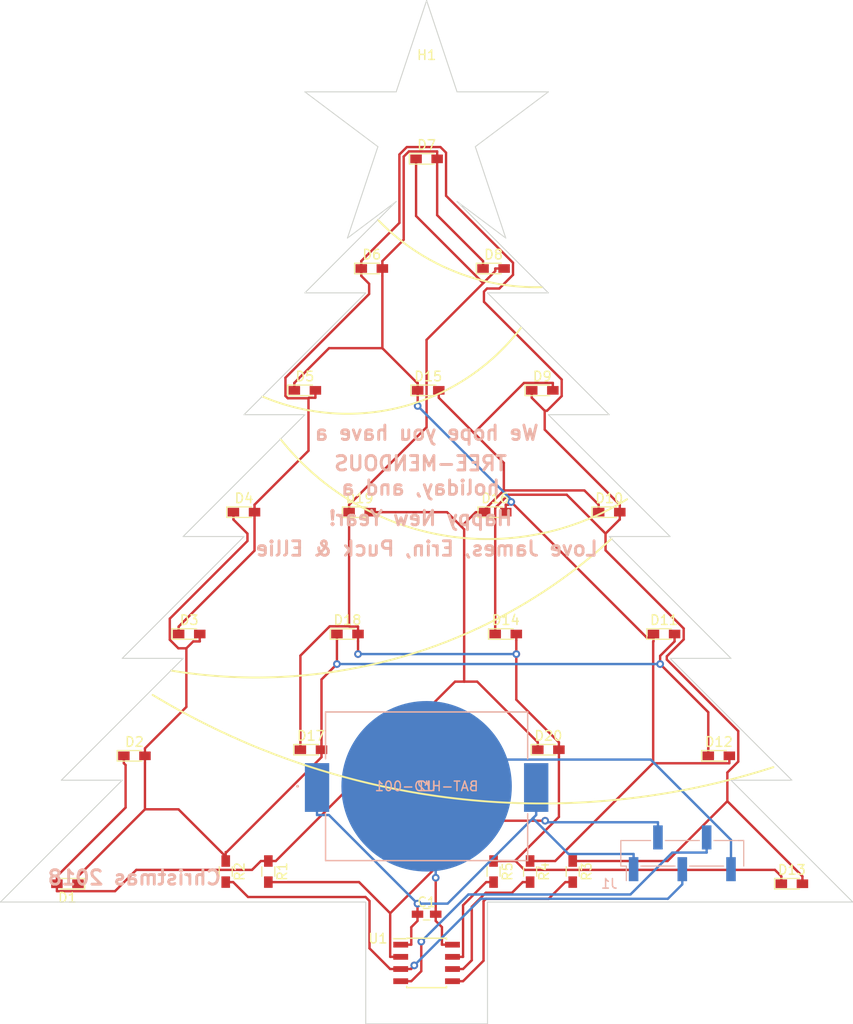
<source format=kicad_pcb>
(kicad_pcb (version 20171130) (host pcbnew 5.0.1-33cea8e~68~ubuntu18.04.1)

  (general
    (thickness 1.6)
    (drawings 50)
    (tracks 288)
    (zones 0)
    (modules 30)
    (nets 14)
  )

  (page USLetter)
  (title_block
    (title "Christmas Cards 2018")
    (date 2018-11-21)
    (rev A1)
    (company N/A)
  )

  (layers
    (0 F.Cu signal)
    (31 B.Cu signal)
    (32 B.Adhes user)
    (33 F.Adhes user)
    (34 B.Paste user)
    (35 F.Paste user)
    (36 B.SilkS user)
    (37 F.SilkS user)
    (38 B.Mask user)
    (39 F.Mask user)
    (40 Dwgs.User user hide)
    (41 Cmts.User user)
    (42 Eco1.User user)
    (43 Eco2.User user)
    (44 Edge.Cuts user)
    (45 Margin user)
    (46 B.CrtYd user)
    (47 F.CrtYd user)
    (48 B.Fab user)
    (49 F.Fab user)
  )

  (setup
    (last_trace_width 0.25)
    (trace_clearance 0.2)
    (zone_clearance 0.508)
    (zone_45_only no)
    (trace_min 0.2)
    (segment_width 0.2)
    (edge_width 0.1)
    (via_size 0.8)
    (via_drill 0.4)
    (via_min_size 0.4)
    (via_min_drill 0.3)
    (uvia_size 0.3)
    (uvia_drill 0.1)
    (uvias_allowed no)
    (uvia_min_size 0.2)
    (uvia_min_drill 0.1)
    (pcb_text_width 0.3)
    (pcb_text_size 1.5 1.5)
    (mod_edge_width 0.15)
    (mod_text_size 1 1)
    (mod_text_width 0.15)
    (pad_size 1.5 1.5)
    (pad_drill 0.6)
    (pad_to_mask_clearance 0)
    (solder_mask_min_width 0.25)
    (aux_axis_origin 0 0)
    (visible_elements FFFFFF7F)
    (pcbplotparams
      (layerselection 0x010fc_ffffffff)
      (usegerberextensions false)
      (usegerberattributes false)
      (usegerberadvancedattributes false)
      (creategerberjobfile false)
      (excludeedgelayer true)
      (linewidth 0.100000)
      (plotframeref false)
      (viasonmask false)
      (mode 1)
      (useauxorigin false)
      (hpglpennumber 1)
      (hpglpenspeed 20)
      (hpglpendiameter 15.000000)
      (psnegative false)
      (psa4output false)
      (plotreference true)
      (plotvalue true)
      (plotinvisibletext false)
      (padsonsilk false)
      (subtractmaskfromsilk false)
      (outputformat 1)
      (mirror false)
      (drillshape 0)
      (scaleselection 1)
      (outputdirectory ""))
  )

  (net 0 "")
  (net 1 VCC)
  (net 2 GND)
  (net 3 "Net-(D1-Pad1)")
  (net 4 "Net-(D1-Pad2)")
  (net 5 "Net-(D10-Pad2)")
  (net 6 "Net-(D11-Pad1)")
  (net 7 "Net-(D13-Pad1)")
  (net 8 /RST)
  (net 9 /PA1)
  (net 10 /PA0)
  (net 11 /PB1)
  (net 12 /PB2)
  (net 13 /PB3)

  (net_class Default "This is the default net class."
    (clearance 0.2)
    (trace_width 0.25)
    (via_dia 0.8)
    (via_drill 0.4)
    (uvia_dia 0.3)
    (uvia_drill 0.1)
    (add_net /PA0)
    (add_net /PA1)
    (add_net /PB1)
    (add_net /PB2)
    (add_net /PB3)
    (add_net /RST)
    (add_net GND)
    (add_net "Net-(D1-Pad1)")
    (add_net "Net-(D1-Pad2)")
    (add_net "Net-(D10-Pad2)")
    (add_net "Net-(D11-Pad1)")
    (add_net "Net-(D13-Pad1)")
    (add_net VCC)
  )

  (module footprints:BAT-HLD-001 (layer B.Cu) (tedit 5BF5BB2C) (tstamp 5BF6096A)
    (at 133.35 108.585)
    (path /5BF99197)
    (fp_text reference U2 (at 0 0) (layer B.SilkS)
      (effects (font (size 1 1) (thickness 0.15)) (justify mirror))
    )
    (fp_text value BAT-HLD-001 (at 0 0) (layer B.SilkS)
      (effects (font (size 1 1) (thickness 0.15)) (justify mirror))
    )
    (fp_text user "Copyright 2016 Accelerated Designs. All rights reserved." (at 0 0) (layer Cmts.User)
      (effects (font (size 0.127 0.127) (thickness 0.002)))
    )
    (fp_text user * (at 0 0) (layer B.SilkS)
      (effects (font (size 1 1) (thickness 0.15)) (justify mirror))
    )
    (fp_text user * (at 0 0) (layer B.Fab)
      (effects (font (size 1 1) (thickness 0.15)) (justify mirror))
    )
    (fp_line (start -10.541 -7.747) (end 10.541 -7.747) (layer B.SilkS) (width 0.1524))
    (fp_line (start 10.541 -7.747) (end 10.541 -2.87274) (layer B.SilkS) (width 0.1524))
    (fp_line (start 10.541 7.747) (end -10.541 7.747) (layer B.SilkS) (width 0.1524))
    (fp_line (start -10.541 7.747) (end -10.541 2.87274) (layer B.SilkS) (width 0.1524))
    (fp_line (start -10.541 -7.747) (end 10.541 -7.747) (layer B.Fab) (width 0.1524))
    (fp_line (start 10.541 -7.747) (end 10.541 7.747) (layer B.Fab) (width 0.1524))
    (fp_line (start 10.541 7.747) (end -10.541 7.747) (layer B.Fab) (width 0.1524))
    (fp_line (start -10.541 7.747) (end -10.541 -7.747) (layer B.Fab) (width 0.1524))
    (fp_line (start -10.541 -2.87274) (end -10.541 -7.747) (layer B.SilkS) (width 0.1524))
    (fp_line (start 10.541 2.87274) (end 10.541 7.747) (layer B.SilkS) (width 0.1524))
    (fp_line (start -12.954 -9.1948) (end -12.954 9.1948) (layer B.CrtYd) (width 0.1524))
    (fp_line (start -12.954 9.1948) (end 12.954 9.1948) (layer B.CrtYd) (width 0.1524))
    (fp_line (start 12.954 9.1948) (end 12.954 -9.1948) (layer B.CrtYd) (width 0.1524))
    (fp_line (start 12.954 -9.1948) (end -12.954 -9.1948) (layer B.CrtYd) (width 0.1524))
    (fp_circle (center -13.462 0) (end -13.3858 0) (layer B.Fab) (width 0.1524))
    (fp_circle (center -13.462 0) (end -13.3858 0) (layer B.SilkS) (width 0.1524))
    (pad 1 smd rect (at -11.43 0.127) (size 2.54 5.08) (layers B.Cu B.Paste B.Mask)
      (net 1 VCC))
    (pad 3 smd rect (at 11.43 0.127) (size 2.54 5.08) (layers B.Cu B.Paste B.Mask)
      (net 1 VCC))
    (pad 2 smd circle (at 0 0) (size 17.780001 17.780001) (layers B.Cu B.Paste B.Mask)
      (net 2 GND))
  )

  (module Pin_Headers:Pin_Header_Straight_1x05_Pitch2.54mm_SMD_Pin1Right (layer B.Cu) (tedit 59650532) (tstamp 5BF5F1F3)
    (at 160.02 115.57 270)
    (descr "surface-mounted straight pin header, 1x05, 2.54mm pitch, single row, style 2 (pin 1 right)")
    (tags "Surface mounted pin header SMD 1x05 2.54mm single row style2 pin1 right")
    (path /5BFF10DA)
    (attr smd)
    (fp_text reference J1 (at 3.175 7.62) (layer B.SilkS)
      (effects (font (size 1 1) (thickness 0.15)) (justify mirror))
    )
    (fp_text value Conn_01x05_Male (at -4.445 0) (layer B.Fab)
      (effects (font (size 1 1) (thickness 0.15)) (justify mirror))
    )
    (fp_text user %R (at 0 0 180) (layer B.Fab)
      (effects (font (size 1 1) (thickness 0.15)) (justify mirror))
    )
    (fp_line (start 3.45 6.85) (end -3.45 6.85) (layer B.CrtYd) (width 0.05))
    (fp_line (start 3.45 -6.85) (end 3.45 6.85) (layer B.CrtYd) (width 0.05))
    (fp_line (start -3.45 -6.85) (end 3.45 -6.85) (layer B.CrtYd) (width 0.05))
    (fp_line (start -3.45 6.85) (end -3.45 -6.85) (layer B.CrtYd) (width 0.05))
    (fp_line (start -1.33 -3.3) (end -1.33 -6.41) (layer B.SilkS) (width 0.12))
    (fp_line (start -1.33 1.78) (end -1.33 -1.78) (layer B.SilkS) (width 0.12))
    (fp_line (start -1.33 -5.84) (end -1.33 -6.41) (layer B.SilkS) (width 0.12))
    (fp_line (start 1.33 6.41) (end 1.33 5.84) (layer B.SilkS) (width 0.12))
    (fp_line (start 1.33 5.84) (end 2.85 5.84) (layer B.SilkS) (width 0.12))
    (fp_line (start -1.33 6.41) (end -1.33 3.3) (layer B.SilkS) (width 0.12))
    (fp_line (start 1.33 -0.76) (end 1.33 -4.32) (layer B.SilkS) (width 0.12))
    (fp_line (start 1.33 4.32) (end 1.33 0.76) (layer B.SilkS) (width 0.12))
    (fp_line (start -1.33 -6.41) (end 1.33 -6.41) (layer B.SilkS) (width 0.12))
    (fp_line (start -1.33 6.41) (end 1.33 6.41) (layer B.SilkS) (width 0.12))
    (fp_line (start 2.54 -5.4) (end 1.27 -5.4) (layer B.Fab) (width 0.1))
    (fp_line (start 2.54 -4.76) (end 2.54 -5.4) (layer B.Fab) (width 0.1))
    (fp_line (start 1.27 -4.76) (end 2.54 -4.76) (layer B.Fab) (width 0.1))
    (fp_line (start 2.54 -0.32) (end 1.27 -0.32) (layer B.Fab) (width 0.1))
    (fp_line (start 2.54 0.32) (end 2.54 -0.32) (layer B.Fab) (width 0.1))
    (fp_line (start 1.27 0.32) (end 2.54 0.32) (layer B.Fab) (width 0.1))
    (fp_line (start 2.54 4.76) (end 1.27 4.76) (layer B.Fab) (width 0.1))
    (fp_line (start 2.54 5.4) (end 2.54 4.76) (layer B.Fab) (width 0.1))
    (fp_line (start 1.27 5.4) (end 2.54 5.4) (layer B.Fab) (width 0.1))
    (fp_line (start -2.54 -2.86) (end -1.27 -2.86) (layer B.Fab) (width 0.1))
    (fp_line (start -2.54 -2.22) (end -2.54 -2.86) (layer B.Fab) (width 0.1))
    (fp_line (start -1.27 -2.22) (end -2.54 -2.22) (layer B.Fab) (width 0.1))
    (fp_line (start -2.54 2.22) (end -1.27 2.22) (layer B.Fab) (width 0.1))
    (fp_line (start -2.54 2.86) (end -2.54 2.22) (layer B.Fab) (width 0.1))
    (fp_line (start -1.27 2.86) (end -2.54 2.86) (layer B.Fab) (width 0.1))
    (fp_line (start -1.27 6.35) (end -1.27 -6.35) (layer B.Fab) (width 0.1))
    (fp_line (start 1.27 5.4) (end 0.32 6.35) (layer B.Fab) (width 0.1))
    (fp_line (start 1.27 -6.35) (end 1.27 5.4) (layer B.Fab) (width 0.1))
    (fp_line (start -1.27 6.35) (end 0.32 6.35) (layer B.Fab) (width 0.1))
    (fp_line (start 1.27 -6.35) (end -1.27 -6.35) (layer B.Fab) (width 0.1))
    (pad 5 smd rect (at 1.655 -5.08 270) (size 2.51 1) (layers B.Cu B.Paste B.Mask)
      (net 2 GND))
    (pad 3 smd rect (at 1.655 0 270) (size 2.51 1) (layers B.Cu B.Paste B.Mask)
      (net 9 /PA1))
    (pad 1 smd rect (at 1.655 5.08 270) (size 2.51 1) (layers B.Cu B.Paste B.Mask)
      (net 1 VCC))
    (pad 4 smd rect (at -1.655 -2.54 270) (size 2.51 1) (layers B.Cu B.Paste B.Mask)
      (net 8 /RST))
    (pad 2 smd rect (at -1.655 2.54 270) (size 2.51 1) (layers B.Cu B.Paste B.Mask)
      (net 10 /PA0))
    (model ${KISYS3DMOD}/Pin_Headers.3dshapes/Pin_Header_Straight_1x05_Pitch2.54mm_SMD_Pin1Right.wrl
      (at (xyz 0 0 0))
      (scale (xyz 1 1 1))
      (rotate (xyz 0 0 0))
    )
  )

  (module Mounting_Holes:MountingHole_2.2mm_M2 (layer F.Cu) (tedit 56D1B4CB) (tstamp 5BF5D81F)
    (at 133.35 35.56)
    (descr "Mounting Hole 2.2mm, no annular, M2")
    (tags "mounting hole 2.2mm no annular m2")
    (path /5BF5ADC4)
    (attr virtual)
    (fp_text reference H1 (at 0 -3.2) (layer F.SilkS)
      (effects (font (size 1 1) (thickness 0.15)))
    )
    (fp_text value MountingHole (at 0 3.2) (layer F.Fab)
      (effects (font (size 1 1) (thickness 0.15)))
    )
    (fp_circle (center 0 0) (end 2.45 0) (layer F.CrtYd) (width 0.05))
    (fp_circle (center 0 0) (end 2.2 0) (layer Cmts.User) (width 0.15))
    (fp_text user %R (at 0.3 0) (layer F.Fab)
      (effects (font (size 1 1) (thickness 0.15)))
    )
    (pad 1 np_thru_hole circle (at 0 0) (size 2.2 2.2) (drill 2.2) (layers *.Cu *.Mask))
  )

  (module Capacitors_SMD:C_0603_HandSoldering (layer F.Cu) (tedit 5BF5AC3A) (tstamp 5BF5ABF2)
    (at 133.35 121.92)
    (descr "Capacitor SMD 0603, hand soldering")
    (tags "capacitor 0603")
    (path /5BF587D7)
    (attr smd)
    (fp_text reference C1 (at 0 -1.25) (layer F.SilkS)
      (effects (font (size 1 1) (thickness 0.15)))
    )
    (fp_text value 100nF (at 0 1.5) (layer F.Fab)
      (effects (font (size 1 1) (thickness 0.15)))
    )
    (fp_line (start 1.8 0.65) (end -1.8 0.65) (layer F.CrtYd) (width 0.05))
    (fp_line (start 1.8 0.65) (end 1.8 -0.65) (layer F.CrtYd) (width 0.05))
    (fp_line (start -1.8 -0.65) (end -1.8 0.65) (layer F.CrtYd) (width 0.05))
    (fp_line (start -1.8 -0.65) (end 1.8 -0.65) (layer F.CrtYd) (width 0.05))
    (fp_line (start 0.35 0.6) (end -0.35 0.6) (layer F.SilkS) (width 0.12))
    (fp_line (start -0.35 -0.6) (end 0.35 -0.6) (layer F.SilkS) (width 0.12))
    (fp_line (start -0.8 -0.4) (end 0.8 -0.4) (layer F.Fab) (width 0.1))
    (fp_line (start 0.8 -0.4) (end 0.8 0.4) (layer F.Fab) (width 0.1))
    (fp_line (start 0.8 0.4) (end -0.8 0.4) (layer F.Fab) (width 0.1))
    (fp_line (start -0.8 0.4) (end -0.8 -0.4) (layer F.Fab) (width 0.1))
    (fp_text user %R (at 0 -1.25) (layer F.Fab)
      (effects (font (size 1 1) (thickness 0.15)))
    )
    (pad 2 smd rect (at 0.95 0) (size 1.2 0.75) (layers F.Cu F.Paste F.Mask)
      (net 2 GND))
    (pad 1 smd rect (at -0.95 0) (size 1.2 0.75) (layers F.Cu F.Paste F.Mask)
      (net 1 VCC))
    (model Capacitors_SMD.3dshapes/C_0603.wrl
      (at (xyz 0 0 0))
      (scale (xyz 1 1 1))
      (rotate (xyz 0 0 0))
    )
  )

  (module LEDs:LED_0603_HandSoldering (layer F.Cu) (tedit 595FC9C0) (tstamp 5BF5AC07)
    (at 95.885 118.745 180)
    (descr "LED SMD 0603, hand soldering")
    (tags "LED 0603")
    (path /5BF5804D)
    (attr smd)
    (fp_text reference D1 (at 0 -1.45 180) (layer F.SilkS)
      (effects (font (size 1 1) (thickness 0.15)))
    )
    (fp_text value LED (at 0 1.55 180) (layer F.Fab)
      (effects (font (size 1 1) (thickness 0.15)))
    )
    (fp_line (start -1.8 -0.55) (end -1.8 0.55) (layer F.SilkS) (width 0.12))
    (fp_line (start -0.2 -0.2) (end -0.2 0.2) (layer F.Fab) (width 0.1))
    (fp_line (start -0.15 0) (end 0.15 -0.2) (layer F.Fab) (width 0.1))
    (fp_line (start 0.15 0.2) (end -0.15 0) (layer F.Fab) (width 0.1))
    (fp_line (start 0.15 -0.2) (end 0.15 0.2) (layer F.Fab) (width 0.1))
    (fp_line (start 0.8 0.4) (end -0.8 0.4) (layer F.Fab) (width 0.1))
    (fp_line (start 0.8 -0.4) (end 0.8 0.4) (layer F.Fab) (width 0.1))
    (fp_line (start -0.8 -0.4) (end 0.8 -0.4) (layer F.Fab) (width 0.1))
    (fp_line (start -1.8 0.55) (end 0.8 0.55) (layer F.SilkS) (width 0.12))
    (fp_line (start -1.8 -0.55) (end 0.8 -0.55) (layer F.SilkS) (width 0.12))
    (fp_line (start -1.96 -0.7) (end 1.95 -0.7) (layer F.CrtYd) (width 0.05))
    (fp_line (start -1.96 -0.7) (end -1.96 0.7) (layer F.CrtYd) (width 0.05))
    (fp_line (start 1.95 0.7) (end 1.95 -0.7) (layer F.CrtYd) (width 0.05))
    (fp_line (start 1.95 0.7) (end -1.96 0.7) (layer F.CrtYd) (width 0.05))
    (fp_line (start -0.8 -0.4) (end -0.8 0.4) (layer F.Fab) (width 0.1))
    (pad 1 smd rect (at -1.1 0 180) (size 1.2 0.9) (layers F.Cu F.Paste F.Mask)
      (net 3 "Net-(D1-Pad1)"))
    (pad 2 smd rect (at 1.1 0 180) (size 1.2 0.9) (layers F.Cu F.Paste F.Mask)
      (net 4 "Net-(D1-Pad2)"))
    (model ${KISYS3DMOD}/LEDs.3dshapes/LED_0603.wrl
      (at (xyz 0 0 0))
      (scale (xyz 1 1 1))
      (rotate (xyz 0 0 180))
    )
  )

  (module LEDs:LED_0603_HandSoldering (layer F.Cu) (tedit 595FC9C0) (tstamp 5BF5AC1C)
    (at 102.87 105.41)
    (descr "LED SMD 0603, hand soldering")
    (tags "LED 0603")
    (path /5BF5810D)
    (attr smd)
    (fp_text reference D2 (at 0 -1.45) (layer F.SilkS)
      (effects (font (size 1 1) (thickness 0.15)))
    )
    (fp_text value LED (at 0 1.55) (layer F.Fab)
      (effects (font (size 1 1) (thickness 0.15)))
    )
    (fp_line (start -0.8 -0.4) (end -0.8 0.4) (layer F.Fab) (width 0.1))
    (fp_line (start 1.95 0.7) (end -1.96 0.7) (layer F.CrtYd) (width 0.05))
    (fp_line (start 1.95 0.7) (end 1.95 -0.7) (layer F.CrtYd) (width 0.05))
    (fp_line (start -1.96 -0.7) (end -1.96 0.7) (layer F.CrtYd) (width 0.05))
    (fp_line (start -1.96 -0.7) (end 1.95 -0.7) (layer F.CrtYd) (width 0.05))
    (fp_line (start -1.8 -0.55) (end 0.8 -0.55) (layer F.SilkS) (width 0.12))
    (fp_line (start -1.8 0.55) (end 0.8 0.55) (layer F.SilkS) (width 0.12))
    (fp_line (start -0.8 -0.4) (end 0.8 -0.4) (layer F.Fab) (width 0.1))
    (fp_line (start 0.8 -0.4) (end 0.8 0.4) (layer F.Fab) (width 0.1))
    (fp_line (start 0.8 0.4) (end -0.8 0.4) (layer F.Fab) (width 0.1))
    (fp_line (start 0.15 -0.2) (end 0.15 0.2) (layer F.Fab) (width 0.1))
    (fp_line (start 0.15 0.2) (end -0.15 0) (layer F.Fab) (width 0.1))
    (fp_line (start -0.15 0) (end 0.15 -0.2) (layer F.Fab) (width 0.1))
    (fp_line (start -0.2 -0.2) (end -0.2 0.2) (layer F.Fab) (width 0.1))
    (fp_line (start -1.8 -0.55) (end -1.8 0.55) (layer F.SilkS) (width 0.12))
    (pad 2 smd rect (at 1.1 0) (size 1.2 0.9) (layers F.Cu F.Paste F.Mask)
      (net 3 "Net-(D1-Pad1)"))
    (pad 1 smd rect (at -1.1 0) (size 1.2 0.9) (layers F.Cu F.Paste F.Mask)
      (net 4 "Net-(D1-Pad2)"))
    (model ${KISYS3DMOD}/LEDs.3dshapes/LED_0603.wrl
      (at (xyz 0 0 0))
      (scale (xyz 1 1 1))
      (rotate (xyz 0 0 180))
    )
  )

  (module LEDs:LED_0603_HandSoldering (layer F.Cu) (tedit 595FC9C0) (tstamp 5BF5AC31)
    (at 108.585 92.71)
    (descr "LED SMD 0603, hand soldering")
    (tags "LED 0603")
    (path /5BF581A4)
    (attr smd)
    (fp_text reference D3 (at 0 -1.45) (layer F.SilkS)
      (effects (font (size 1 1) (thickness 0.15)))
    )
    (fp_text value LED (at 0 1.55) (layer F.Fab)
      (effects (font (size 1 1) (thickness 0.15)))
    )
    (fp_line (start -0.8 -0.4) (end -0.8 0.4) (layer F.Fab) (width 0.1))
    (fp_line (start 1.95 0.7) (end -1.96 0.7) (layer F.CrtYd) (width 0.05))
    (fp_line (start 1.95 0.7) (end 1.95 -0.7) (layer F.CrtYd) (width 0.05))
    (fp_line (start -1.96 -0.7) (end -1.96 0.7) (layer F.CrtYd) (width 0.05))
    (fp_line (start -1.96 -0.7) (end 1.95 -0.7) (layer F.CrtYd) (width 0.05))
    (fp_line (start -1.8 -0.55) (end 0.8 -0.55) (layer F.SilkS) (width 0.12))
    (fp_line (start -1.8 0.55) (end 0.8 0.55) (layer F.SilkS) (width 0.12))
    (fp_line (start -0.8 -0.4) (end 0.8 -0.4) (layer F.Fab) (width 0.1))
    (fp_line (start 0.8 -0.4) (end 0.8 0.4) (layer F.Fab) (width 0.1))
    (fp_line (start 0.8 0.4) (end -0.8 0.4) (layer F.Fab) (width 0.1))
    (fp_line (start 0.15 -0.2) (end 0.15 0.2) (layer F.Fab) (width 0.1))
    (fp_line (start 0.15 0.2) (end -0.15 0) (layer F.Fab) (width 0.1))
    (fp_line (start -0.15 0) (end 0.15 -0.2) (layer F.Fab) (width 0.1))
    (fp_line (start -0.2 -0.2) (end -0.2 0.2) (layer F.Fab) (width 0.1))
    (fp_line (start -1.8 -0.55) (end -1.8 0.55) (layer F.SilkS) (width 0.12))
    (pad 2 smd rect (at 1.1 0) (size 1.2 0.9) (layers F.Cu F.Paste F.Mask)
      (net 3 "Net-(D1-Pad1)"))
    (pad 1 smd rect (at -1.1 0) (size 1.2 0.9) (layers F.Cu F.Paste F.Mask)
      (net 5 "Net-(D10-Pad2)"))
    (model ${KISYS3DMOD}/LEDs.3dshapes/LED_0603.wrl
      (at (xyz 0 0 0))
      (scale (xyz 1 1 1))
      (rotate (xyz 0 0 180))
    )
  )

  (module LEDs:LED_0603_HandSoldering (layer F.Cu) (tedit 595FC9C0) (tstamp 5BF5AC46)
    (at 114.3 80.01)
    (descr "LED SMD 0603, hand soldering")
    (tags "LED 0603")
    (path /5BF581E0)
    (attr smd)
    (fp_text reference D4 (at 0 -1.45) (layer F.SilkS)
      (effects (font (size 1 1) (thickness 0.15)))
    )
    (fp_text value LED (at 0 1.55) (layer F.Fab)
      (effects (font (size 1 1) (thickness 0.15)))
    )
    (fp_line (start -1.8 -0.55) (end -1.8 0.55) (layer F.SilkS) (width 0.12))
    (fp_line (start -0.2 -0.2) (end -0.2 0.2) (layer F.Fab) (width 0.1))
    (fp_line (start -0.15 0) (end 0.15 -0.2) (layer F.Fab) (width 0.1))
    (fp_line (start 0.15 0.2) (end -0.15 0) (layer F.Fab) (width 0.1))
    (fp_line (start 0.15 -0.2) (end 0.15 0.2) (layer F.Fab) (width 0.1))
    (fp_line (start 0.8 0.4) (end -0.8 0.4) (layer F.Fab) (width 0.1))
    (fp_line (start 0.8 -0.4) (end 0.8 0.4) (layer F.Fab) (width 0.1))
    (fp_line (start -0.8 -0.4) (end 0.8 -0.4) (layer F.Fab) (width 0.1))
    (fp_line (start -1.8 0.55) (end 0.8 0.55) (layer F.SilkS) (width 0.12))
    (fp_line (start -1.8 -0.55) (end 0.8 -0.55) (layer F.SilkS) (width 0.12))
    (fp_line (start -1.96 -0.7) (end 1.95 -0.7) (layer F.CrtYd) (width 0.05))
    (fp_line (start -1.96 -0.7) (end -1.96 0.7) (layer F.CrtYd) (width 0.05))
    (fp_line (start 1.95 0.7) (end 1.95 -0.7) (layer F.CrtYd) (width 0.05))
    (fp_line (start 1.95 0.7) (end -1.96 0.7) (layer F.CrtYd) (width 0.05))
    (fp_line (start -0.8 -0.4) (end -0.8 0.4) (layer F.Fab) (width 0.1))
    (pad 1 smd rect (at -1.1 0) (size 1.2 0.9) (layers F.Cu F.Paste F.Mask)
      (net 3 "Net-(D1-Pad1)"))
    (pad 2 smd rect (at 1.1 0) (size 1.2 0.9) (layers F.Cu F.Paste F.Mask)
      (net 5 "Net-(D10-Pad2)"))
    (model ${KISYS3DMOD}/LEDs.3dshapes/LED_0603.wrl
      (at (xyz 0 0 0))
      (scale (xyz 1 1 1))
      (rotate (xyz 0 0 180))
    )
  )

  (module LEDs:LED_0603_HandSoldering (layer F.Cu) (tedit 595FC9C0) (tstamp 5BF5AC5B)
    (at 120.65 67.31)
    (descr "LED SMD 0603, hand soldering")
    (tags "LED 0603")
    (path /5BF58216)
    (attr smd)
    (fp_text reference D5 (at 0 -1.45) (layer F.SilkS)
      (effects (font (size 1 1) (thickness 0.15)))
    )
    (fp_text value LED (at 0 1.55) (layer F.Fab)
      (effects (font (size 1 1) (thickness 0.15)))
    )
    (fp_line (start -0.8 -0.4) (end -0.8 0.4) (layer F.Fab) (width 0.1))
    (fp_line (start 1.95 0.7) (end -1.96 0.7) (layer F.CrtYd) (width 0.05))
    (fp_line (start 1.95 0.7) (end 1.95 -0.7) (layer F.CrtYd) (width 0.05))
    (fp_line (start -1.96 -0.7) (end -1.96 0.7) (layer F.CrtYd) (width 0.05))
    (fp_line (start -1.96 -0.7) (end 1.95 -0.7) (layer F.CrtYd) (width 0.05))
    (fp_line (start -1.8 -0.55) (end 0.8 -0.55) (layer F.SilkS) (width 0.12))
    (fp_line (start -1.8 0.55) (end 0.8 0.55) (layer F.SilkS) (width 0.12))
    (fp_line (start -0.8 -0.4) (end 0.8 -0.4) (layer F.Fab) (width 0.1))
    (fp_line (start 0.8 -0.4) (end 0.8 0.4) (layer F.Fab) (width 0.1))
    (fp_line (start 0.8 0.4) (end -0.8 0.4) (layer F.Fab) (width 0.1))
    (fp_line (start 0.15 -0.2) (end 0.15 0.2) (layer F.Fab) (width 0.1))
    (fp_line (start 0.15 0.2) (end -0.15 0) (layer F.Fab) (width 0.1))
    (fp_line (start -0.15 0) (end 0.15 -0.2) (layer F.Fab) (width 0.1))
    (fp_line (start -0.2 -0.2) (end -0.2 0.2) (layer F.Fab) (width 0.1))
    (fp_line (start -1.8 -0.55) (end -1.8 0.55) (layer F.SilkS) (width 0.12))
    (pad 2 smd rect (at 1.1 0) (size 1.2 0.9) (layers F.Cu F.Paste F.Mask)
      (net 5 "Net-(D10-Pad2)"))
    (pad 1 smd rect (at -1.1 0) (size 1.2 0.9) (layers F.Cu F.Paste F.Mask)
      (net 6 "Net-(D11-Pad1)"))
    (model ${KISYS3DMOD}/LEDs.3dshapes/LED_0603.wrl
      (at (xyz 0 0 0))
      (scale (xyz 1 1 1))
      (rotate (xyz 0 0 180))
    )
  )

  (module LEDs:LED_0603_HandSoldering (layer F.Cu) (tedit 595FC9C0) (tstamp 5BF5AC70)
    (at 127.635 54.61)
    (descr "LED SMD 0603, hand soldering")
    (tags "LED 0603")
    (path /5BF5816C)
    (attr smd)
    (fp_text reference D6 (at 0 -1.45) (layer F.SilkS)
      (effects (font (size 1 1) (thickness 0.15)))
    )
    (fp_text value LED (at 0 1.55) (layer F.Fab)
      (effects (font (size 1 1) (thickness 0.15)))
    )
    (fp_line (start -1.8 -0.55) (end -1.8 0.55) (layer F.SilkS) (width 0.12))
    (fp_line (start -0.2 -0.2) (end -0.2 0.2) (layer F.Fab) (width 0.1))
    (fp_line (start -0.15 0) (end 0.15 -0.2) (layer F.Fab) (width 0.1))
    (fp_line (start 0.15 0.2) (end -0.15 0) (layer F.Fab) (width 0.1))
    (fp_line (start 0.15 -0.2) (end 0.15 0.2) (layer F.Fab) (width 0.1))
    (fp_line (start 0.8 0.4) (end -0.8 0.4) (layer F.Fab) (width 0.1))
    (fp_line (start 0.8 -0.4) (end 0.8 0.4) (layer F.Fab) (width 0.1))
    (fp_line (start -0.8 -0.4) (end 0.8 -0.4) (layer F.Fab) (width 0.1))
    (fp_line (start -1.8 0.55) (end 0.8 0.55) (layer F.SilkS) (width 0.12))
    (fp_line (start -1.8 -0.55) (end 0.8 -0.55) (layer F.SilkS) (width 0.12))
    (fp_line (start -1.96 -0.7) (end 1.95 -0.7) (layer F.CrtYd) (width 0.05))
    (fp_line (start -1.96 -0.7) (end -1.96 0.7) (layer F.CrtYd) (width 0.05))
    (fp_line (start 1.95 0.7) (end 1.95 -0.7) (layer F.CrtYd) (width 0.05))
    (fp_line (start 1.95 0.7) (end -1.96 0.7) (layer F.CrtYd) (width 0.05))
    (fp_line (start -0.8 -0.4) (end -0.8 0.4) (layer F.Fab) (width 0.1))
    (pad 1 smd rect (at -1.1 0) (size 1.2 0.9) (layers F.Cu F.Paste F.Mask)
      (net 5 "Net-(D10-Pad2)"))
    (pad 2 smd rect (at 1.1 0) (size 1.2 0.9) (layers F.Cu F.Paste F.Mask)
      (net 6 "Net-(D11-Pad1)"))
    (model ${KISYS3DMOD}/LEDs.3dshapes/LED_0603.wrl
      (at (xyz 0 0 0))
      (scale (xyz 1 1 1))
      (rotate (xyz 0 0 180))
    )
  )

  (module LEDs:LED_0603_HandSoldering (layer F.Cu) (tedit 595FC9C0) (tstamp 5BF5AC85)
    (at 133.35 43.18)
    (descr "LED SMD 0603, hand soldering")
    (tags "LED 0603")
    (path /5BF58250)
    (attr smd)
    (fp_text reference D7 (at 0 -1.45) (layer F.SilkS)
      (effects (font (size 1 1) (thickness 0.15)))
    )
    (fp_text value LED (at 0 1.55) (layer F.Fab)
      (effects (font (size 1 1) (thickness 0.15)))
    )
    (fp_line (start -1.8 -0.55) (end -1.8 0.55) (layer F.SilkS) (width 0.12))
    (fp_line (start -0.2 -0.2) (end -0.2 0.2) (layer F.Fab) (width 0.1))
    (fp_line (start -0.15 0) (end 0.15 -0.2) (layer F.Fab) (width 0.1))
    (fp_line (start 0.15 0.2) (end -0.15 0) (layer F.Fab) (width 0.1))
    (fp_line (start 0.15 -0.2) (end 0.15 0.2) (layer F.Fab) (width 0.1))
    (fp_line (start 0.8 0.4) (end -0.8 0.4) (layer F.Fab) (width 0.1))
    (fp_line (start 0.8 -0.4) (end 0.8 0.4) (layer F.Fab) (width 0.1))
    (fp_line (start -0.8 -0.4) (end 0.8 -0.4) (layer F.Fab) (width 0.1))
    (fp_line (start -1.8 0.55) (end 0.8 0.55) (layer F.SilkS) (width 0.12))
    (fp_line (start -1.8 -0.55) (end 0.8 -0.55) (layer F.SilkS) (width 0.12))
    (fp_line (start -1.96 -0.7) (end 1.95 -0.7) (layer F.CrtYd) (width 0.05))
    (fp_line (start -1.96 -0.7) (end -1.96 0.7) (layer F.CrtYd) (width 0.05))
    (fp_line (start 1.95 0.7) (end 1.95 -0.7) (layer F.CrtYd) (width 0.05))
    (fp_line (start 1.95 0.7) (end -1.96 0.7) (layer F.CrtYd) (width 0.05))
    (fp_line (start -0.8 -0.4) (end -0.8 0.4) (layer F.Fab) (width 0.1))
    (pad 1 smd rect (at -1.1 0) (size 1.2 0.9) (layers F.Cu F.Paste F.Mask)
      (net 7 "Net-(D13-Pad1)"))
    (pad 2 smd rect (at 1.1 0) (size 1.2 0.9) (layers F.Cu F.Paste F.Mask)
      (net 6 "Net-(D11-Pad1)"))
    (model ${KISYS3DMOD}/LEDs.3dshapes/LED_0603.wrl
      (at (xyz 0 0 0))
      (scale (xyz 1 1 1))
      (rotate (xyz 0 0 180))
    )
  )

  (module LEDs:LED_0603_HandSoldering (layer F.Cu) (tedit 595FC9C0) (tstamp 5BF5AC9A)
    (at 140.335 54.61)
    (descr "LED SMD 0603, hand soldering")
    (tags "LED 0603")
    (path /5BF582D4)
    (attr smd)
    (fp_text reference D8 (at 0 -1.45) (layer F.SilkS)
      (effects (font (size 1 1) (thickness 0.15)))
    )
    (fp_text value LED (at 0 1.55) (layer F.Fab)
      (effects (font (size 1 1) (thickness 0.15)))
    )
    (fp_line (start -0.8 -0.4) (end -0.8 0.4) (layer F.Fab) (width 0.1))
    (fp_line (start 1.95 0.7) (end -1.96 0.7) (layer F.CrtYd) (width 0.05))
    (fp_line (start 1.95 0.7) (end 1.95 -0.7) (layer F.CrtYd) (width 0.05))
    (fp_line (start -1.96 -0.7) (end -1.96 0.7) (layer F.CrtYd) (width 0.05))
    (fp_line (start -1.96 -0.7) (end 1.95 -0.7) (layer F.CrtYd) (width 0.05))
    (fp_line (start -1.8 -0.55) (end 0.8 -0.55) (layer F.SilkS) (width 0.12))
    (fp_line (start -1.8 0.55) (end 0.8 0.55) (layer F.SilkS) (width 0.12))
    (fp_line (start -0.8 -0.4) (end 0.8 -0.4) (layer F.Fab) (width 0.1))
    (fp_line (start 0.8 -0.4) (end 0.8 0.4) (layer F.Fab) (width 0.1))
    (fp_line (start 0.8 0.4) (end -0.8 0.4) (layer F.Fab) (width 0.1))
    (fp_line (start 0.15 -0.2) (end 0.15 0.2) (layer F.Fab) (width 0.1))
    (fp_line (start 0.15 0.2) (end -0.15 0) (layer F.Fab) (width 0.1))
    (fp_line (start -0.15 0) (end 0.15 -0.2) (layer F.Fab) (width 0.1))
    (fp_line (start -0.2 -0.2) (end -0.2 0.2) (layer F.Fab) (width 0.1))
    (fp_line (start -1.8 -0.55) (end -1.8 0.55) (layer F.SilkS) (width 0.12))
    (pad 2 smd rect (at 1.1 0) (size 1.2 0.9) (layers F.Cu F.Paste F.Mask)
      (net 7 "Net-(D13-Pad1)"))
    (pad 1 smd rect (at -1.1 0) (size 1.2 0.9) (layers F.Cu F.Paste F.Mask)
      (net 6 "Net-(D11-Pad1)"))
    (model ${KISYS3DMOD}/LEDs.3dshapes/LED_0603.wrl
      (at (xyz 0 0 0))
      (scale (xyz 1 1 1))
      (rotate (xyz 0 0 180))
    )
  )

  (module LEDs:LED_0603_HandSoldering (layer F.Cu) (tedit 595FC9C0) (tstamp 5BF5ACAF)
    (at 145.415 67.31)
    (descr "LED SMD 0603, hand soldering")
    (tags "LED 0603")
    (path /5BF58316)
    (attr smd)
    (fp_text reference D9 (at 0 -1.45) (layer F.SilkS)
      (effects (font (size 1 1) (thickness 0.15)))
    )
    (fp_text value LED (at 0 1.55) (layer F.Fab)
      (effects (font (size 1 1) (thickness 0.15)))
    )
    (fp_line (start -0.8 -0.4) (end -0.8 0.4) (layer F.Fab) (width 0.1))
    (fp_line (start 1.95 0.7) (end -1.96 0.7) (layer F.CrtYd) (width 0.05))
    (fp_line (start 1.95 0.7) (end 1.95 -0.7) (layer F.CrtYd) (width 0.05))
    (fp_line (start -1.96 -0.7) (end -1.96 0.7) (layer F.CrtYd) (width 0.05))
    (fp_line (start -1.96 -0.7) (end 1.95 -0.7) (layer F.CrtYd) (width 0.05))
    (fp_line (start -1.8 -0.55) (end 0.8 -0.55) (layer F.SilkS) (width 0.12))
    (fp_line (start -1.8 0.55) (end 0.8 0.55) (layer F.SilkS) (width 0.12))
    (fp_line (start -0.8 -0.4) (end 0.8 -0.4) (layer F.Fab) (width 0.1))
    (fp_line (start 0.8 -0.4) (end 0.8 0.4) (layer F.Fab) (width 0.1))
    (fp_line (start 0.8 0.4) (end -0.8 0.4) (layer F.Fab) (width 0.1))
    (fp_line (start 0.15 -0.2) (end 0.15 0.2) (layer F.Fab) (width 0.1))
    (fp_line (start 0.15 0.2) (end -0.15 0) (layer F.Fab) (width 0.1))
    (fp_line (start -0.15 0) (end 0.15 -0.2) (layer F.Fab) (width 0.1))
    (fp_line (start -0.2 -0.2) (end -0.2 0.2) (layer F.Fab) (width 0.1))
    (fp_line (start -1.8 -0.55) (end -1.8 0.55) (layer F.SilkS) (width 0.12))
    (pad 2 smd rect (at 1.1 0) (size 1.2 0.9) (layers F.Cu F.Paste F.Mask)
      (net 4 "Net-(D1-Pad2)"))
    (pad 1 smd rect (at -1.1 0) (size 1.2 0.9) (layers F.Cu F.Paste F.Mask)
      (net 5 "Net-(D10-Pad2)"))
    (model ${KISYS3DMOD}/LEDs.3dshapes/LED_0603.wrl
      (at (xyz 0 0 0))
      (scale (xyz 1 1 1))
      (rotate (xyz 0 0 180))
    )
  )

  (module LEDs:LED_0603_HandSoldering (layer F.Cu) (tedit 595FC9C0) (tstamp 5BF5ACC4)
    (at 152.4 80.01)
    (descr "LED SMD 0603, hand soldering")
    (tags "LED 0603")
    (path /5BF58360)
    (attr smd)
    (fp_text reference D10 (at 0 -1.45) (layer F.SilkS)
      (effects (font (size 1 1) (thickness 0.15)))
    )
    (fp_text value LED (at 0 1.55) (layer F.Fab)
      (effects (font (size 1 1) (thickness 0.15)))
    )
    (fp_line (start -1.8 -0.55) (end -1.8 0.55) (layer F.SilkS) (width 0.12))
    (fp_line (start -0.2 -0.2) (end -0.2 0.2) (layer F.Fab) (width 0.1))
    (fp_line (start -0.15 0) (end 0.15 -0.2) (layer F.Fab) (width 0.1))
    (fp_line (start 0.15 0.2) (end -0.15 0) (layer F.Fab) (width 0.1))
    (fp_line (start 0.15 -0.2) (end 0.15 0.2) (layer F.Fab) (width 0.1))
    (fp_line (start 0.8 0.4) (end -0.8 0.4) (layer F.Fab) (width 0.1))
    (fp_line (start 0.8 -0.4) (end 0.8 0.4) (layer F.Fab) (width 0.1))
    (fp_line (start -0.8 -0.4) (end 0.8 -0.4) (layer F.Fab) (width 0.1))
    (fp_line (start -1.8 0.55) (end 0.8 0.55) (layer F.SilkS) (width 0.12))
    (fp_line (start -1.8 -0.55) (end 0.8 -0.55) (layer F.SilkS) (width 0.12))
    (fp_line (start -1.96 -0.7) (end 1.95 -0.7) (layer F.CrtYd) (width 0.05))
    (fp_line (start -1.96 -0.7) (end -1.96 0.7) (layer F.CrtYd) (width 0.05))
    (fp_line (start 1.95 0.7) (end 1.95 -0.7) (layer F.CrtYd) (width 0.05))
    (fp_line (start 1.95 0.7) (end -1.96 0.7) (layer F.CrtYd) (width 0.05))
    (fp_line (start -0.8 -0.4) (end -0.8 0.4) (layer F.Fab) (width 0.1))
    (pad 1 smd rect (at -1.1 0) (size 1.2 0.9) (layers F.Cu F.Paste F.Mask)
      (net 4 "Net-(D1-Pad2)"))
    (pad 2 smd rect (at 1.1 0) (size 1.2 0.9) (layers F.Cu F.Paste F.Mask)
      (net 5 "Net-(D10-Pad2)"))
    (model ${KISYS3DMOD}/LEDs.3dshapes/LED_0603.wrl
      (at (xyz 0 0 0))
      (scale (xyz 1 1 1))
      (rotate (xyz 0 0 180))
    )
  )

  (module LEDs:LED_0603_HandSoldering (layer F.Cu) (tedit 595FC9C0) (tstamp 5BF5ACD9)
    (at 158.115 92.71)
    (descr "LED SMD 0603, hand soldering")
    (tags "LED 0603")
    (path /5BF583A2)
    (attr smd)
    (fp_text reference D11 (at 0 -1.45) (layer F.SilkS)
      (effects (font (size 1 1) (thickness 0.15)))
    )
    (fp_text value LED (at 0 1.55) (layer F.Fab)
      (effects (font (size 1 1) (thickness 0.15)))
    )
    (fp_line (start -0.8 -0.4) (end -0.8 0.4) (layer F.Fab) (width 0.1))
    (fp_line (start 1.95 0.7) (end -1.96 0.7) (layer F.CrtYd) (width 0.05))
    (fp_line (start 1.95 0.7) (end 1.95 -0.7) (layer F.CrtYd) (width 0.05))
    (fp_line (start -1.96 -0.7) (end -1.96 0.7) (layer F.CrtYd) (width 0.05))
    (fp_line (start -1.96 -0.7) (end 1.95 -0.7) (layer F.CrtYd) (width 0.05))
    (fp_line (start -1.8 -0.55) (end 0.8 -0.55) (layer F.SilkS) (width 0.12))
    (fp_line (start -1.8 0.55) (end 0.8 0.55) (layer F.SilkS) (width 0.12))
    (fp_line (start -0.8 -0.4) (end 0.8 -0.4) (layer F.Fab) (width 0.1))
    (fp_line (start 0.8 -0.4) (end 0.8 0.4) (layer F.Fab) (width 0.1))
    (fp_line (start 0.8 0.4) (end -0.8 0.4) (layer F.Fab) (width 0.1))
    (fp_line (start 0.15 -0.2) (end 0.15 0.2) (layer F.Fab) (width 0.1))
    (fp_line (start 0.15 0.2) (end -0.15 0) (layer F.Fab) (width 0.1))
    (fp_line (start -0.15 0) (end 0.15 -0.2) (layer F.Fab) (width 0.1))
    (fp_line (start -0.2 -0.2) (end -0.2 0.2) (layer F.Fab) (width 0.1))
    (fp_line (start -1.8 -0.55) (end -1.8 0.55) (layer F.SilkS) (width 0.12))
    (pad 2 smd rect (at 1.1 0) (size 1.2 0.9) (layers F.Cu F.Paste F.Mask)
      (net 3 "Net-(D1-Pad1)"))
    (pad 1 smd rect (at -1.1 0) (size 1.2 0.9) (layers F.Cu F.Paste F.Mask)
      (net 6 "Net-(D11-Pad1)"))
    (model ${KISYS3DMOD}/LEDs.3dshapes/LED_0603.wrl
      (at (xyz 0 0 0))
      (scale (xyz 1 1 1))
      (rotate (xyz 0 0 180))
    )
  )

  (module LEDs:LED_0603_HandSoldering (layer F.Cu) (tedit 595FC9C0) (tstamp 5BF5ACEE)
    (at 163.83 105.41)
    (descr "LED SMD 0603, hand soldering")
    (tags "LED 0603")
    (path /5BF583E2)
    (attr smd)
    (fp_text reference D12 (at 0 -1.45) (layer F.SilkS)
      (effects (font (size 1 1) (thickness 0.15)))
    )
    (fp_text value LED (at 0 1.55) (layer F.Fab)
      (effects (font (size 1 1) (thickness 0.15)))
    )
    (fp_line (start -1.8 -0.55) (end -1.8 0.55) (layer F.SilkS) (width 0.12))
    (fp_line (start -0.2 -0.2) (end -0.2 0.2) (layer F.Fab) (width 0.1))
    (fp_line (start -0.15 0) (end 0.15 -0.2) (layer F.Fab) (width 0.1))
    (fp_line (start 0.15 0.2) (end -0.15 0) (layer F.Fab) (width 0.1))
    (fp_line (start 0.15 -0.2) (end 0.15 0.2) (layer F.Fab) (width 0.1))
    (fp_line (start 0.8 0.4) (end -0.8 0.4) (layer F.Fab) (width 0.1))
    (fp_line (start 0.8 -0.4) (end 0.8 0.4) (layer F.Fab) (width 0.1))
    (fp_line (start -0.8 -0.4) (end 0.8 -0.4) (layer F.Fab) (width 0.1))
    (fp_line (start -1.8 0.55) (end 0.8 0.55) (layer F.SilkS) (width 0.12))
    (fp_line (start -1.8 -0.55) (end 0.8 -0.55) (layer F.SilkS) (width 0.12))
    (fp_line (start -1.96 -0.7) (end 1.95 -0.7) (layer F.CrtYd) (width 0.05))
    (fp_line (start -1.96 -0.7) (end -1.96 0.7) (layer F.CrtYd) (width 0.05))
    (fp_line (start 1.95 0.7) (end 1.95 -0.7) (layer F.CrtYd) (width 0.05))
    (fp_line (start 1.95 0.7) (end -1.96 0.7) (layer F.CrtYd) (width 0.05))
    (fp_line (start -0.8 -0.4) (end -0.8 0.4) (layer F.Fab) (width 0.1))
    (pad 1 smd rect (at -1.1 0) (size 1.2 0.9) (layers F.Cu F.Paste F.Mask)
      (net 3 "Net-(D1-Pad1)"))
    (pad 2 smd rect (at 1.1 0) (size 1.2 0.9) (layers F.Cu F.Paste F.Mask)
      (net 6 "Net-(D11-Pad1)"))
    (model ${KISYS3DMOD}/LEDs.3dshapes/LED_0603.wrl
      (at (xyz 0 0 0))
      (scale (xyz 1 1 1))
      (rotate (xyz 0 0 180))
    )
  )

  (module LEDs:LED_0603_HandSoldering (layer F.Cu) (tedit 595FC9C0) (tstamp 5BF5AD03)
    (at 171.45 118.745)
    (descr "LED SMD 0603, hand soldering")
    (tags "LED 0603")
    (path /5BF58426)
    (attr smd)
    (fp_text reference D13 (at 0 -1.45) (layer F.SilkS)
      (effects (font (size 1 1) (thickness 0.15)))
    )
    (fp_text value LED (at 0 1.55) (layer F.Fab)
      (effects (font (size 1 1) (thickness 0.15)))
    )
    (fp_line (start -0.8 -0.4) (end -0.8 0.4) (layer F.Fab) (width 0.1))
    (fp_line (start 1.95 0.7) (end -1.96 0.7) (layer F.CrtYd) (width 0.05))
    (fp_line (start 1.95 0.7) (end 1.95 -0.7) (layer F.CrtYd) (width 0.05))
    (fp_line (start -1.96 -0.7) (end -1.96 0.7) (layer F.CrtYd) (width 0.05))
    (fp_line (start -1.96 -0.7) (end 1.95 -0.7) (layer F.CrtYd) (width 0.05))
    (fp_line (start -1.8 -0.55) (end 0.8 -0.55) (layer F.SilkS) (width 0.12))
    (fp_line (start -1.8 0.55) (end 0.8 0.55) (layer F.SilkS) (width 0.12))
    (fp_line (start -0.8 -0.4) (end 0.8 -0.4) (layer F.Fab) (width 0.1))
    (fp_line (start 0.8 -0.4) (end 0.8 0.4) (layer F.Fab) (width 0.1))
    (fp_line (start 0.8 0.4) (end -0.8 0.4) (layer F.Fab) (width 0.1))
    (fp_line (start 0.15 -0.2) (end 0.15 0.2) (layer F.Fab) (width 0.1))
    (fp_line (start 0.15 0.2) (end -0.15 0) (layer F.Fab) (width 0.1))
    (fp_line (start -0.15 0) (end 0.15 -0.2) (layer F.Fab) (width 0.1))
    (fp_line (start -0.2 -0.2) (end -0.2 0.2) (layer F.Fab) (width 0.1))
    (fp_line (start -1.8 -0.55) (end -1.8 0.55) (layer F.SilkS) (width 0.12))
    (pad 2 smd rect (at 1.1 0) (size 1.2 0.9) (layers F.Cu F.Paste F.Mask)
      (net 5 "Net-(D10-Pad2)"))
    (pad 1 smd rect (at -1.1 0) (size 1.2 0.9) (layers F.Cu F.Paste F.Mask)
      (net 7 "Net-(D13-Pad1)"))
    (model ${KISYS3DMOD}/LEDs.3dshapes/LED_0603.wrl
      (at (xyz 0 0 0))
      (scale (xyz 1 1 1))
      (rotate (xyz 0 0 180))
    )
  )

  (module LEDs:LED_0603_HandSoldering (layer F.Cu) (tedit 595FC9C0) (tstamp 5BF5AD18)
    (at 141.605 92.71)
    (descr "LED SMD 0603, hand soldering")
    (tags "LED 0603")
    (path /5BF5849A)
    (attr smd)
    (fp_text reference D14 (at 0 -1.45) (layer F.SilkS)
      (effects (font (size 1 1) (thickness 0.15)))
    )
    (fp_text value LED (at 0 1.55) (layer F.Fab)
      (effects (font (size 1 1) (thickness 0.15)))
    )
    (fp_line (start -1.8 -0.55) (end -1.8 0.55) (layer F.SilkS) (width 0.12))
    (fp_line (start -0.2 -0.2) (end -0.2 0.2) (layer F.Fab) (width 0.1))
    (fp_line (start -0.15 0) (end 0.15 -0.2) (layer F.Fab) (width 0.1))
    (fp_line (start 0.15 0.2) (end -0.15 0) (layer F.Fab) (width 0.1))
    (fp_line (start 0.15 -0.2) (end 0.15 0.2) (layer F.Fab) (width 0.1))
    (fp_line (start 0.8 0.4) (end -0.8 0.4) (layer F.Fab) (width 0.1))
    (fp_line (start 0.8 -0.4) (end 0.8 0.4) (layer F.Fab) (width 0.1))
    (fp_line (start -0.8 -0.4) (end 0.8 -0.4) (layer F.Fab) (width 0.1))
    (fp_line (start -1.8 0.55) (end 0.8 0.55) (layer F.SilkS) (width 0.12))
    (fp_line (start -1.8 -0.55) (end 0.8 -0.55) (layer F.SilkS) (width 0.12))
    (fp_line (start -1.96 -0.7) (end 1.95 -0.7) (layer F.CrtYd) (width 0.05))
    (fp_line (start -1.96 -0.7) (end -1.96 0.7) (layer F.CrtYd) (width 0.05))
    (fp_line (start 1.95 0.7) (end 1.95 -0.7) (layer F.CrtYd) (width 0.05))
    (fp_line (start 1.95 0.7) (end -1.96 0.7) (layer F.CrtYd) (width 0.05))
    (fp_line (start -0.8 -0.4) (end -0.8 0.4) (layer F.Fab) (width 0.1))
    (pad 1 smd rect (at -1.1 0) (size 1.2 0.9) (layers F.Cu F.Paste F.Mask)
      (net 5 "Net-(D10-Pad2)"))
    (pad 2 smd rect (at 1.1 0) (size 1.2 0.9) (layers F.Cu F.Paste F.Mask)
      (net 7 "Net-(D13-Pad1)"))
    (model ${KISYS3DMOD}/LEDs.3dshapes/LED_0603.wrl
      (at (xyz 0 0 0))
      (scale (xyz 1 1 1))
      (rotate (xyz 0 0 180))
    )
  )

  (module LEDs:LED_0603_HandSoldering (layer F.Cu) (tedit 595FC9C0) (tstamp 5BF5AD2D)
    (at 133.52 67.31)
    (descr "LED SMD 0603, hand soldering")
    (tags "LED 0603")
    (path /5BF584E8)
    (attr smd)
    (fp_text reference D15 (at 0 -1.45) (layer F.SilkS)
      (effects (font (size 1 1) (thickness 0.15)))
    )
    (fp_text value LED (at 0 1.55) (layer F.Fab)
      (effects (font (size 1 1) (thickness 0.15)))
    )
    (fp_line (start -0.8 -0.4) (end -0.8 0.4) (layer F.Fab) (width 0.1))
    (fp_line (start 1.95 0.7) (end -1.96 0.7) (layer F.CrtYd) (width 0.05))
    (fp_line (start 1.95 0.7) (end 1.95 -0.7) (layer F.CrtYd) (width 0.05))
    (fp_line (start -1.96 -0.7) (end -1.96 0.7) (layer F.CrtYd) (width 0.05))
    (fp_line (start -1.96 -0.7) (end 1.95 -0.7) (layer F.CrtYd) (width 0.05))
    (fp_line (start -1.8 -0.55) (end 0.8 -0.55) (layer F.SilkS) (width 0.12))
    (fp_line (start -1.8 0.55) (end 0.8 0.55) (layer F.SilkS) (width 0.12))
    (fp_line (start -0.8 -0.4) (end 0.8 -0.4) (layer F.Fab) (width 0.1))
    (fp_line (start 0.8 -0.4) (end 0.8 0.4) (layer F.Fab) (width 0.1))
    (fp_line (start 0.8 0.4) (end -0.8 0.4) (layer F.Fab) (width 0.1))
    (fp_line (start 0.15 -0.2) (end 0.15 0.2) (layer F.Fab) (width 0.1))
    (fp_line (start 0.15 0.2) (end -0.15 0) (layer F.Fab) (width 0.1))
    (fp_line (start -0.15 0) (end 0.15 -0.2) (layer F.Fab) (width 0.1))
    (fp_line (start -0.2 -0.2) (end -0.2 0.2) (layer F.Fab) (width 0.1))
    (fp_line (start -1.8 -0.55) (end -1.8 0.55) (layer F.SilkS) (width 0.12))
    (pad 2 smd rect (at 1.1 0) (size 1.2 0.9) (layers F.Cu F.Paste F.Mask)
      (net 4 "Net-(D1-Pad2)"))
    (pad 1 smd rect (at -1.1 0) (size 1.2 0.9) (layers F.Cu F.Paste F.Mask)
      (net 6 "Net-(D11-Pad1)"))
    (model ${KISYS3DMOD}/LEDs.3dshapes/LED_0603.wrl
      (at (xyz 0 0 0))
      (scale (xyz 1 1 1))
      (rotate (xyz 0 0 180))
    )
  )

  (module LEDs:LED_0603_HandSoldering (layer F.Cu) (tedit 595FC9C0) (tstamp 5BF5BDDB)
    (at 140.505 80.01)
    (descr "LED SMD 0603, hand soldering")
    (tags "LED 0603")
    (path /5BF58534)
    (attr smd)
    (fp_text reference D16 (at 0 -1.45) (layer F.SilkS)
      (effects (font (size 1 1) (thickness 0.15)))
    )
    (fp_text value LED (at 0 1.55) (layer F.Fab)
      (effects (font (size 1 1) (thickness 0.15)))
    )
    (fp_line (start -1.8 -0.55) (end -1.8 0.55) (layer F.SilkS) (width 0.12))
    (fp_line (start -0.2 -0.2) (end -0.2 0.2) (layer F.Fab) (width 0.1))
    (fp_line (start -0.15 0) (end 0.15 -0.2) (layer F.Fab) (width 0.1))
    (fp_line (start 0.15 0.2) (end -0.15 0) (layer F.Fab) (width 0.1))
    (fp_line (start 0.15 -0.2) (end 0.15 0.2) (layer F.Fab) (width 0.1))
    (fp_line (start 0.8 0.4) (end -0.8 0.4) (layer F.Fab) (width 0.1))
    (fp_line (start 0.8 -0.4) (end 0.8 0.4) (layer F.Fab) (width 0.1))
    (fp_line (start -0.8 -0.4) (end 0.8 -0.4) (layer F.Fab) (width 0.1))
    (fp_line (start -1.8 0.55) (end 0.8 0.55) (layer F.SilkS) (width 0.12))
    (fp_line (start -1.8 -0.55) (end 0.8 -0.55) (layer F.SilkS) (width 0.12))
    (fp_line (start -1.96 -0.7) (end 1.95 -0.7) (layer F.CrtYd) (width 0.05))
    (fp_line (start -1.96 -0.7) (end -1.96 0.7) (layer F.CrtYd) (width 0.05))
    (fp_line (start 1.95 0.7) (end 1.95 -0.7) (layer F.CrtYd) (width 0.05))
    (fp_line (start 1.95 0.7) (end -1.96 0.7) (layer F.CrtYd) (width 0.05))
    (fp_line (start -0.8 -0.4) (end -0.8 0.4) (layer F.Fab) (width 0.1))
    (pad 1 smd rect (at -1.1 0) (size 1.2 0.9) (layers F.Cu F.Paste F.Mask)
      (net 4 "Net-(D1-Pad2)"))
    (pad 2 smd rect (at 1.1 0) (size 1.2 0.9) (layers F.Cu F.Paste F.Mask)
      (net 6 "Net-(D11-Pad1)"))
    (model ${KISYS3DMOD}/LEDs.3dshapes/LED_0603.wrl
      (at (xyz 0 0 0))
      (scale (xyz 1 1 1))
      (rotate (xyz 0 0 180))
    )
  )

  (module LEDs:LED_0603_HandSoldering (layer F.Cu) (tedit 595FC9C0) (tstamp 5BF5AD57)
    (at 121.285 104.775)
    (descr "LED SMD 0603, hand soldering")
    (tags "LED 0603")
    (path /5BF58582)
    (attr smd)
    (fp_text reference D17 (at 0 -1.45) (layer F.SilkS)
      (effects (font (size 1 1) (thickness 0.15)))
    )
    (fp_text value LED (at 0 1.55) (layer F.Fab)
      (effects (font (size 1 1) (thickness 0.15)))
    )
    (fp_line (start -0.8 -0.4) (end -0.8 0.4) (layer F.Fab) (width 0.1))
    (fp_line (start 1.95 0.7) (end -1.96 0.7) (layer F.CrtYd) (width 0.05))
    (fp_line (start 1.95 0.7) (end 1.95 -0.7) (layer F.CrtYd) (width 0.05))
    (fp_line (start -1.96 -0.7) (end -1.96 0.7) (layer F.CrtYd) (width 0.05))
    (fp_line (start -1.96 -0.7) (end 1.95 -0.7) (layer F.CrtYd) (width 0.05))
    (fp_line (start -1.8 -0.55) (end 0.8 -0.55) (layer F.SilkS) (width 0.12))
    (fp_line (start -1.8 0.55) (end 0.8 0.55) (layer F.SilkS) (width 0.12))
    (fp_line (start -0.8 -0.4) (end 0.8 -0.4) (layer F.Fab) (width 0.1))
    (fp_line (start 0.8 -0.4) (end 0.8 0.4) (layer F.Fab) (width 0.1))
    (fp_line (start 0.8 0.4) (end -0.8 0.4) (layer F.Fab) (width 0.1))
    (fp_line (start 0.15 -0.2) (end 0.15 0.2) (layer F.Fab) (width 0.1))
    (fp_line (start 0.15 0.2) (end -0.15 0) (layer F.Fab) (width 0.1))
    (fp_line (start -0.15 0) (end 0.15 -0.2) (layer F.Fab) (width 0.1))
    (fp_line (start -0.2 -0.2) (end -0.2 0.2) (layer F.Fab) (width 0.1))
    (fp_line (start -1.8 -0.55) (end -1.8 0.55) (layer F.SilkS) (width 0.12))
    (pad 2 smd rect (at 1.1 0) (size 1.2 0.9) (layers F.Cu F.Paste F.Mask)
      (net 3 "Net-(D1-Pad1)"))
    (pad 1 smd rect (at -1.1 0) (size 1.2 0.9) (layers F.Cu F.Paste F.Mask)
      (net 7 "Net-(D13-Pad1)"))
    (model ${KISYS3DMOD}/LEDs.3dshapes/LED_0603.wrl
      (at (xyz 0 0 0))
      (scale (xyz 1 1 1))
      (rotate (xyz 0 0 180))
    )
  )

  (module LEDs:LED_0603_HandSoldering (layer F.Cu) (tedit 595FC9C0) (tstamp 5BF5AD6C)
    (at 125.095 92.71)
    (descr "LED SMD 0603, hand soldering")
    (tags "LED 0603")
    (path /5BF585D0)
    (attr smd)
    (fp_text reference D18 (at 0 -1.45) (layer F.SilkS)
      (effects (font (size 1 1) (thickness 0.15)))
    )
    (fp_text value LED (at 0 1.55) (layer F.Fab)
      (effects (font (size 1 1) (thickness 0.15)))
    )
    (fp_line (start -1.8 -0.55) (end -1.8 0.55) (layer F.SilkS) (width 0.12))
    (fp_line (start -0.2 -0.2) (end -0.2 0.2) (layer F.Fab) (width 0.1))
    (fp_line (start -0.15 0) (end 0.15 -0.2) (layer F.Fab) (width 0.1))
    (fp_line (start 0.15 0.2) (end -0.15 0) (layer F.Fab) (width 0.1))
    (fp_line (start 0.15 -0.2) (end 0.15 0.2) (layer F.Fab) (width 0.1))
    (fp_line (start 0.8 0.4) (end -0.8 0.4) (layer F.Fab) (width 0.1))
    (fp_line (start 0.8 -0.4) (end 0.8 0.4) (layer F.Fab) (width 0.1))
    (fp_line (start -0.8 -0.4) (end 0.8 -0.4) (layer F.Fab) (width 0.1))
    (fp_line (start -1.8 0.55) (end 0.8 0.55) (layer F.SilkS) (width 0.12))
    (fp_line (start -1.8 -0.55) (end 0.8 -0.55) (layer F.SilkS) (width 0.12))
    (fp_line (start -1.96 -0.7) (end 1.95 -0.7) (layer F.CrtYd) (width 0.05))
    (fp_line (start -1.96 -0.7) (end -1.96 0.7) (layer F.CrtYd) (width 0.05))
    (fp_line (start 1.95 0.7) (end 1.95 -0.7) (layer F.CrtYd) (width 0.05))
    (fp_line (start 1.95 0.7) (end -1.96 0.7) (layer F.CrtYd) (width 0.05))
    (fp_line (start -0.8 -0.4) (end -0.8 0.4) (layer F.Fab) (width 0.1))
    (pad 1 smd rect (at -1.1 0) (size 1.2 0.9) (layers F.Cu F.Paste F.Mask)
      (net 3 "Net-(D1-Pad1)"))
    (pad 2 smd rect (at 1.1 0) (size 1.2 0.9) (layers F.Cu F.Paste F.Mask)
      (net 7 "Net-(D13-Pad1)"))
    (model ${KISYS3DMOD}/LEDs.3dshapes/LED_0603.wrl
      (at (xyz 0 0 0))
      (scale (xyz 1 1 1))
      (rotate (xyz 0 0 180))
    )
  )

  (module LEDs:LED_0603_HandSoldering (layer F.Cu) (tedit 595FC9C0) (tstamp 5BF5AD81)
    (at 126.365 80.01)
    (descr "LED SMD 0603, hand soldering")
    (tags "LED 0603")
    (path /5BF58620)
    (attr smd)
    (fp_text reference D19 (at 0 -1.45) (layer F.SilkS)
      (effects (font (size 1 1) (thickness 0.15)))
    )
    (fp_text value LED (at 0 1.55) (layer F.Fab)
      (effects (font (size 1 1) (thickness 0.15)))
    )
    (fp_line (start -0.8 -0.4) (end -0.8 0.4) (layer F.Fab) (width 0.1))
    (fp_line (start 1.95 0.7) (end -1.96 0.7) (layer F.CrtYd) (width 0.05))
    (fp_line (start 1.95 0.7) (end 1.95 -0.7) (layer F.CrtYd) (width 0.05))
    (fp_line (start -1.96 -0.7) (end -1.96 0.7) (layer F.CrtYd) (width 0.05))
    (fp_line (start -1.96 -0.7) (end 1.95 -0.7) (layer F.CrtYd) (width 0.05))
    (fp_line (start -1.8 -0.55) (end 0.8 -0.55) (layer F.SilkS) (width 0.12))
    (fp_line (start -1.8 0.55) (end 0.8 0.55) (layer F.SilkS) (width 0.12))
    (fp_line (start -0.8 -0.4) (end 0.8 -0.4) (layer F.Fab) (width 0.1))
    (fp_line (start 0.8 -0.4) (end 0.8 0.4) (layer F.Fab) (width 0.1))
    (fp_line (start 0.8 0.4) (end -0.8 0.4) (layer F.Fab) (width 0.1))
    (fp_line (start 0.15 -0.2) (end 0.15 0.2) (layer F.Fab) (width 0.1))
    (fp_line (start 0.15 0.2) (end -0.15 0) (layer F.Fab) (width 0.1))
    (fp_line (start -0.15 0) (end 0.15 -0.2) (layer F.Fab) (width 0.1))
    (fp_line (start -0.2 -0.2) (end -0.2 0.2) (layer F.Fab) (width 0.1))
    (fp_line (start -1.8 -0.55) (end -1.8 0.55) (layer F.SilkS) (width 0.12))
    (pad 2 smd rect (at 1.1 0) (size 1.2 0.9) (layers F.Cu F.Paste F.Mask)
      (net 4 "Net-(D1-Pad2)"))
    (pad 1 smd rect (at -1.1 0) (size 1.2 0.9) (layers F.Cu F.Paste F.Mask)
      (net 7 "Net-(D13-Pad1)"))
    (model ${KISYS3DMOD}/LEDs.3dshapes/LED_0603.wrl
      (at (xyz 0 0 0))
      (scale (xyz 1 1 1))
      (rotate (xyz 0 0 180))
    )
  )

  (module LEDs:LED_0603_HandSoldering (layer F.Cu) (tedit 595FC9C0) (tstamp 5BF5AD96)
    (at 146.05 104.775)
    (descr "LED SMD 0603, hand soldering")
    (tags "LED 0603")
    (path /5BF586B8)
    (attr smd)
    (fp_text reference D20 (at 0 -1.45) (layer F.SilkS)
      (effects (font (size 1 1) (thickness 0.15)))
    )
    (fp_text value LED (at 0 1.55) (layer F.Fab)
      (effects (font (size 1 1) (thickness 0.15)))
    )
    (fp_line (start -1.8 -0.55) (end -1.8 0.55) (layer F.SilkS) (width 0.12))
    (fp_line (start -0.2 -0.2) (end -0.2 0.2) (layer F.Fab) (width 0.1))
    (fp_line (start -0.15 0) (end 0.15 -0.2) (layer F.Fab) (width 0.1))
    (fp_line (start 0.15 0.2) (end -0.15 0) (layer F.Fab) (width 0.1))
    (fp_line (start 0.15 -0.2) (end 0.15 0.2) (layer F.Fab) (width 0.1))
    (fp_line (start 0.8 0.4) (end -0.8 0.4) (layer F.Fab) (width 0.1))
    (fp_line (start 0.8 -0.4) (end 0.8 0.4) (layer F.Fab) (width 0.1))
    (fp_line (start -0.8 -0.4) (end 0.8 -0.4) (layer F.Fab) (width 0.1))
    (fp_line (start -1.8 0.55) (end 0.8 0.55) (layer F.SilkS) (width 0.12))
    (fp_line (start -1.8 -0.55) (end 0.8 -0.55) (layer F.SilkS) (width 0.12))
    (fp_line (start -1.96 -0.7) (end 1.95 -0.7) (layer F.CrtYd) (width 0.05))
    (fp_line (start -1.96 -0.7) (end -1.96 0.7) (layer F.CrtYd) (width 0.05))
    (fp_line (start 1.95 0.7) (end 1.95 -0.7) (layer F.CrtYd) (width 0.05))
    (fp_line (start 1.95 0.7) (end -1.96 0.7) (layer F.CrtYd) (width 0.05))
    (fp_line (start -0.8 -0.4) (end -0.8 0.4) (layer F.Fab) (width 0.1))
    (pad 1 smd rect (at -1.1 0) (size 1.2 0.9) (layers F.Cu F.Paste F.Mask)
      (net 4 "Net-(D1-Pad2)"))
    (pad 2 smd rect (at 1.1 0) (size 1.2 0.9) (layers F.Cu F.Paste F.Mask)
      (net 7 "Net-(D13-Pad1)"))
    (model ${KISYS3DMOD}/LEDs.3dshapes/LED_0603.wrl
      (at (xyz 0 0 0))
      (scale (xyz 1 1 1))
      (rotate (xyz 0 0 180))
    )
  )

  (module Resistors_SMD:R_0603_HandSoldering (layer F.Cu) (tedit 58E0A804) (tstamp 5BF5BE58)
    (at 116.84 117.475 270)
    (descr "Resistor SMD 0603, hand soldering")
    (tags "resistor 0603")
    (path /5BF55AEE)
    (attr smd)
    (fp_text reference R1 (at 0 -1.45 270) (layer F.SilkS)
      (effects (font (size 1 1) (thickness 0.15)))
    )
    (fp_text value 0 (at 0 1.55 270) (layer F.Fab)
      (effects (font (size 1 1) (thickness 0.15)))
    )
    (fp_line (start 1.95 0.7) (end -1.96 0.7) (layer F.CrtYd) (width 0.05))
    (fp_line (start 1.95 0.7) (end 1.95 -0.7) (layer F.CrtYd) (width 0.05))
    (fp_line (start -1.96 -0.7) (end -1.96 0.7) (layer F.CrtYd) (width 0.05))
    (fp_line (start -1.96 -0.7) (end 1.95 -0.7) (layer F.CrtYd) (width 0.05))
    (fp_line (start -0.5 -0.68) (end 0.5 -0.68) (layer F.SilkS) (width 0.12))
    (fp_line (start 0.5 0.68) (end -0.5 0.68) (layer F.SilkS) (width 0.12))
    (fp_line (start -0.8 -0.4) (end 0.8 -0.4) (layer F.Fab) (width 0.1))
    (fp_line (start 0.8 -0.4) (end 0.8 0.4) (layer F.Fab) (width 0.1))
    (fp_line (start 0.8 0.4) (end -0.8 0.4) (layer F.Fab) (width 0.1))
    (fp_line (start -0.8 0.4) (end -0.8 -0.4) (layer F.Fab) (width 0.1))
    (fp_text user %R (at 0 0 270) (layer F.Fab)
      (effects (font (size 0.4 0.4) (thickness 0.075)))
    )
    (pad 2 smd rect (at 1.1 0 270) (size 1.2 0.9) (layers F.Cu F.Paste F.Mask)
      (net 10 /PA0))
    (pad 1 smd rect (at -1.1 0 270) (size 1.2 0.9) (layers F.Cu F.Paste F.Mask)
      (net 4 "Net-(D1-Pad2)"))
    (model ${KISYS3DMOD}/Resistors_SMD.3dshapes/R_0603.wrl
      (at (xyz 0 0 0))
      (scale (xyz 1 1 1))
      (rotate (xyz 0 0 0))
    )
  )

  (module Resistors_SMD:R_0603_HandSoldering (layer F.Cu) (tedit 58E0A804) (tstamp 5BF5BF9C)
    (at 112.395 117.475 270)
    (descr "Resistor SMD 0603, hand soldering")
    (tags "resistor 0603")
    (path /5BF55B8C)
    (attr smd)
    (fp_text reference R2 (at 0 -1.45 270) (layer F.SilkS)
      (effects (font (size 1 1) (thickness 0.15)))
    )
    (fp_text value 0 (at 0 1.55 270) (layer F.Fab)
      (effects (font (size 1 1) (thickness 0.15)))
    )
    (fp_text user %R (at 0 0 270) (layer F.Fab)
      (effects (font (size 0.4 0.4) (thickness 0.075)))
    )
    (fp_line (start -0.8 0.4) (end -0.8 -0.4) (layer F.Fab) (width 0.1))
    (fp_line (start 0.8 0.4) (end -0.8 0.4) (layer F.Fab) (width 0.1))
    (fp_line (start 0.8 -0.4) (end 0.8 0.4) (layer F.Fab) (width 0.1))
    (fp_line (start -0.8 -0.4) (end 0.8 -0.4) (layer F.Fab) (width 0.1))
    (fp_line (start 0.5 0.68) (end -0.5 0.68) (layer F.SilkS) (width 0.12))
    (fp_line (start -0.5 -0.68) (end 0.5 -0.68) (layer F.SilkS) (width 0.12))
    (fp_line (start -1.96 -0.7) (end 1.95 -0.7) (layer F.CrtYd) (width 0.05))
    (fp_line (start -1.96 -0.7) (end -1.96 0.7) (layer F.CrtYd) (width 0.05))
    (fp_line (start 1.95 0.7) (end 1.95 -0.7) (layer F.CrtYd) (width 0.05))
    (fp_line (start 1.95 0.7) (end -1.96 0.7) (layer F.CrtYd) (width 0.05))
    (pad 1 smd rect (at -1.1 0 270) (size 1.2 0.9) (layers F.Cu F.Paste F.Mask)
      (net 3 "Net-(D1-Pad1)"))
    (pad 2 smd rect (at 1.1 0 270) (size 1.2 0.9) (layers F.Cu F.Paste F.Mask)
      (net 9 /PA1))
    (model ${KISYS3DMOD}/Resistors_SMD.3dshapes/R_0603.wrl
      (at (xyz 0 0 0))
      (scale (xyz 1 1 1))
      (rotate (xyz 0 0 0))
    )
  )

  (module Resistors_SMD:R_0603_HandSoldering (layer F.Cu) (tedit 58E0A804) (tstamp 5BF5ADF6)
    (at 148.59 117.475 270)
    (descr "Resistor SMD 0603, hand soldering")
    (tags "resistor 0603")
    (path /5BF55BFF)
    (attr smd)
    (fp_text reference R3 (at 0 -1.45 270) (layer F.SilkS)
      (effects (font (size 1 1) (thickness 0.15)))
    )
    (fp_text value 0 (at 0 1.55 270) (layer F.Fab)
      (effects (font (size 1 1) (thickness 0.15)))
    )
    (fp_line (start 1.95 0.7) (end -1.96 0.7) (layer F.CrtYd) (width 0.05))
    (fp_line (start 1.95 0.7) (end 1.95 -0.7) (layer F.CrtYd) (width 0.05))
    (fp_line (start -1.96 -0.7) (end -1.96 0.7) (layer F.CrtYd) (width 0.05))
    (fp_line (start -1.96 -0.7) (end 1.95 -0.7) (layer F.CrtYd) (width 0.05))
    (fp_line (start -0.5 -0.68) (end 0.5 -0.68) (layer F.SilkS) (width 0.12))
    (fp_line (start 0.5 0.68) (end -0.5 0.68) (layer F.SilkS) (width 0.12))
    (fp_line (start -0.8 -0.4) (end 0.8 -0.4) (layer F.Fab) (width 0.1))
    (fp_line (start 0.8 -0.4) (end 0.8 0.4) (layer F.Fab) (width 0.1))
    (fp_line (start 0.8 0.4) (end -0.8 0.4) (layer F.Fab) (width 0.1))
    (fp_line (start -0.8 0.4) (end -0.8 -0.4) (layer F.Fab) (width 0.1))
    (fp_text user %R (at 0 0 270) (layer F.Fab)
      (effects (font (size 0.4 0.4) (thickness 0.075)))
    )
    (pad 2 smd rect (at 1.1 0 270) (size 1.2 0.9) (layers F.Cu F.Paste F.Mask)
      (net 11 /PB1))
    (pad 1 smd rect (at -1.1 0 270) (size 1.2 0.9) (layers F.Cu F.Paste F.Mask)
      (net 5 "Net-(D10-Pad2)"))
    (model ${KISYS3DMOD}/Resistors_SMD.3dshapes/R_0603.wrl
      (at (xyz 0 0 0))
      (scale (xyz 1 1 1))
      (rotate (xyz 0 0 0))
    )
  )

  (module Resistors_SMD:R_0603_HandSoldering (layer F.Cu) (tedit 58E0A804) (tstamp 5BF5AE07)
    (at 144.145 117.475 270)
    (descr "Resistor SMD 0603, hand soldering")
    (tags "resistor 0603")
    (path /5BF55C4F)
    (attr smd)
    (fp_text reference R4 (at 0 -1.45 270) (layer F.SilkS)
      (effects (font (size 1 1) (thickness 0.15)))
    )
    (fp_text value 0 (at 0 1.55 270) (layer F.Fab)
      (effects (font (size 1 1) (thickness 0.15)))
    )
    (fp_text user %R (at 0 0 270) (layer F.Fab)
      (effects (font (size 0.4 0.4) (thickness 0.075)))
    )
    (fp_line (start -0.8 0.4) (end -0.8 -0.4) (layer F.Fab) (width 0.1))
    (fp_line (start 0.8 0.4) (end -0.8 0.4) (layer F.Fab) (width 0.1))
    (fp_line (start 0.8 -0.4) (end 0.8 0.4) (layer F.Fab) (width 0.1))
    (fp_line (start -0.8 -0.4) (end 0.8 -0.4) (layer F.Fab) (width 0.1))
    (fp_line (start 0.5 0.68) (end -0.5 0.68) (layer F.SilkS) (width 0.12))
    (fp_line (start -0.5 -0.68) (end 0.5 -0.68) (layer F.SilkS) (width 0.12))
    (fp_line (start -1.96 -0.7) (end 1.95 -0.7) (layer F.CrtYd) (width 0.05))
    (fp_line (start -1.96 -0.7) (end -1.96 0.7) (layer F.CrtYd) (width 0.05))
    (fp_line (start 1.95 0.7) (end 1.95 -0.7) (layer F.CrtYd) (width 0.05))
    (fp_line (start 1.95 0.7) (end -1.96 0.7) (layer F.CrtYd) (width 0.05))
    (pad 1 smd rect (at -1.1 0 270) (size 1.2 0.9) (layers F.Cu F.Paste F.Mask)
      (net 6 "Net-(D11-Pad1)"))
    (pad 2 smd rect (at 1.1 0 270) (size 1.2 0.9) (layers F.Cu F.Paste F.Mask)
      (net 12 /PB2))
    (model ${KISYS3DMOD}/Resistors_SMD.3dshapes/R_0603.wrl
      (at (xyz 0 0 0))
      (scale (xyz 1 1 1))
      (rotate (xyz 0 0 0))
    )
  )

  (module Resistors_SMD:R_0603_HandSoldering (layer F.Cu) (tedit 58E0A804) (tstamp 5BF5AE18)
    (at 140.335 117.475 270)
    (descr "Resistor SMD 0603, hand soldering")
    (tags "resistor 0603")
    (path /5BF55CB8)
    (attr smd)
    (fp_text reference R5 (at 0 -1.45 270) (layer F.SilkS)
      (effects (font (size 1 1) (thickness 0.15)))
    )
    (fp_text value 0 (at 0 1.55 270) (layer F.Fab)
      (effects (font (size 1 1) (thickness 0.15)))
    )
    (fp_line (start 1.95 0.7) (end -1.96 0.7) (layer F.CrtYd) (width 0.05))
    (fp_line (start 1.95 0.7) (end 1.95 -0.7) (layer F.CrtYd) (width 0.05))
    (fp_line (start -1.96 -0.7) (end -1.96 0.7) (layer F.CrtYd) (width 0.05))
    (fp_line (start -1.96 -0.7) (end 1.95 -0.7) (layer F.CrtYd) (width 0.05))
    (fp_line (start -0.5 -0.68) (end 0.5 -0.68) (layer F.SilkS) (width 0.12))
    (fp_line (start 0.5 0.68) (end -0.5 0.68) (layer F.SilkS) (width 0.12))
    (fp_line (start -0.8 -0.4) (end 0.8 -0.4) (layer F.Fab) (width 0.1))
    (fp_line (start 0.8 -0.4) (end 0.8 0.4) (layer F.Fab) (width 0.1))
    (fp_line (start 0.8 0.4) (end -0.8 0.4) (layer F.Fab) (width 0.1))
    (fp_line (start -0.8 0.4) (end -0.8 -0.4) (layer F.Fab) (width 0.1))
    (fp_text user %R (at 0 0 270) (layer F.Fab)
      (effects (font (size 0.4 0.4) (thickness 0.075)))
    )
    (pad 2 smd rect (at 1.1 0 270) (size 1.2 0.9) (layers F.Cu F.Paste F.Mask)
      (net 13 /PB3))
    (pad 1 smd rect (at -1.1 0 270) (size 1.2 0.9) (layers F.Cu F.Paste F.Mask)
      (net 7 "Net-(D13-Pad1)"))
    (model ${KISYS3DMOD}/Resistors_SMD.3dshapes/R_0603.wrl
      (at (xyz 0 0 0))
      (scale (xyz 1 1 1))
      (rotate (xyz 0 0 0))
    )
  )

  (module Housings_SOIC:SOIC-8_3.9x4.9mm_Pitch1.27mm (layer F.Cu) (tedit 58CD0CDA) (tstamp 5BF5AE35)
    (at 133.35 127)
    (descr "8-Lead Plastic Small Outline (SN) - Narrow, 3.90 mm Body [SOIC] (see Microchip Packaging Specification 00000049BS.pdf)")
    (tags "SOIC 1.27")
    (path /5BF55885)
    (attr smd)
    (fp_text reference U1 (at -5.08 -2.54) (layer F.SilkS)
      (effects (font (size 1 1) (thickness 0.15)))
    )
    (fp_text value ATtiny102-SSNR (at 0 3.5) (layer F.Fab)
      (effects (font (size 1 1) (thickness 0.15)))
    )
    (fp_line (start -2.075 -2.525) (end -3.475 -2.525) (layer F.SilkS) (width 0.15))
    (fp_line (start -2.075 2.575) (end 2.075 2.575) (layer F.SilkS) (width 0.15))
    (fp_line (start -2.075 -2.575) (end 2.075 -2.575) (layer F.SilkS) (width 0.15))
    (fp_line (start -2.075 2.575) (end -2.075 2.43) (layer F.SilkS) (width 0.15))
    (fp_line (start 2.075 2.575) (end 2.075 2.43) (layer F.SilkS) (width 0.15))
    (fp_line (start 2.075 -2.575) (end 2.075 -2.43) (layer F.SilkS) (width 0.15))
    (fp_line (start -2.075 -2.575) (end -2.075 -2.525) (layer F.SilkS) (width 0.15))
    (fp_line (start -3.73 2.7) (end 3.73 2.7) (layer F.CrtYd) (width 0.05))
    (fp_line (start -3.73 -2.7) (end 3.73 -2.7) (layer F.CrtYd) (width 0.05))
    (fp_line (start 3.73 -2.7) (end 3.73 2.7) (layer F.CrtYd) (width 0.05))
    (fp_line (start -3.73 -2.7) (end -3.73 2.7) (layer F.CrtYd) (width 0.05))
    (fp_line (start -1.95 -1.45) (end -0.95 -2.45) (layer F.Fab) (width 0.1))
    (fp_line (start -1.95 2.45) (end -1.95 -1.45) (layer F.Fab) (width 0.1))
    (fp_line (start 1.95 2.45) (end -1.95 2.45) (layer F.Fab) (width 0.1))
    (fp_line (start 1.95 -2.45) (end 1.95 2.45) (layer F.Fab) (width 0.1))
    (fp_line (start -0.95 -2.45) (end 1.95 -2.45) (layer F.Fab) (width 0.1))
    (fp_text user %R (at 0.004999 0) (layer F.Fab)
      (effects (font (size 1 1) (thickness 0.15)))
    )
    (pad 8 smd rect (at 2.7 -1.905) (size 1.55 0.6) (layers F.Cu F.Paste F.Mask)
      (net 2 GND))
    (pad 7 smd rect (at 2.7 -0.635) (size 1.55 0.6) (layers F.Cu F.Paste F.Mask)
      (net 13 /PB3))
    (pad 6 smd rect (at 2.7 0.635) (size 1.55 0.6) (layers F.Cu F.Paste F.Mask)
      (net 12 /PB2))
    (pad 5 smd rect (at 2.7 1.905) (size 1.55 0.6) (layers F.Cu F.Paste F.Mask)
      (net 11 /PB1))
    (pad 4 smd rect (at -2.7 1.905) (size 1.55 0.6) (layers F.Cu F.Paste F.Mask)
      (net 8 /RST))
    (pad 3 smd rect (at -2.7 0.635) (size 1.55 0.6) (layers F.Cu F.Paste F.Mask)
      (net 9 /PA1))
    (pad 2 smd rect (at -2.7 -0.635) (size 1.55 0.6) (layers F.Cu F.Paste F.Mask)
      (net 10 /PA0))
    (pad 1 smd rect (at -2.7 -1.905) (size 1.55 0.6) (layers F.Cu F.Paste F.Mask)
      (net 1 VCC))
    (model ${KISYS3DMOD}/Housings_SOIC.3dshapes/SOIC-8_3.9x4.9mm_Pitch1.27mm.wrl
      (at (xyz 0 0 0))
      (scale (xyz 1 1 1))
      (rotate (xyz 0 0 0))
    )
  )

  (gr_arc (start 145.415 31.75) (end 104.775 99.06) (angle -48.9727885) (layer F.SilkS) (width 0.2) (tstamp 5BF5FAE5))
  (gr_arc (start 115.57 42.545) (end 106.68 96.52) (angle -52.02516458) (layer F.SilkS) (width 0.2) (tstamp 5BF5FAD2))
  (gr_arc (start 139.7 55.245) (end 118.11 72.39) (angle -83.41226905) (layer F.SilkS) (width 0.2) (tstamp 5BF5FAC1))
  (gr_arc (start 125.095 46.99) (end 116.205 67.945) (angle -75.80401035) (layer F.SilkS) (width 0.2) (tstamp 5BF5FAAB))
  (gr_arc (start 144.78 33.655) (end 128.27 49.53) (angle -47.75987925) (layer F.SilkS) (width 0.2))
  (gr_text "Christmas 2018" (at 102.87 118.11) (layer B.SilkS)
    (effects (font (size 1.5 1.5) (thickness 0.3)) (justify mirror))
  )
  (gr_text "Love James, Erin, Puck & Ellie" (at 133.35 83.82) (layer B.SilkS)
    (effects (font (size 1.5 1.5) (thickness 0.3)) (justify mirror))
  )
  (gr_text "Happy New Year!" (at 132.715 80.645) (layer B.SilkS)
    (effects (font (size 1.5 1.5) (thickness 0.3)) (justify mirror))
  )
  (gr_text "holiday, and a" (at 132.715 77.47) (layer B.SilkS)
    (effects (font (size 1.5 1.5) (thickness 0.3)) (justify mirror))
  )
  (gr_text TREE-MENDOUS (at 132.715 74.93) (layer B.SilkS)
    (effects (font (size 1.5 1.5) (thickness 0.3)) (justify mirror))
  )
  (gr_text "We hope you have a" (at 133.35 71.755) (layer B.SilkS)
    (effects (font (size 1.5 1.5) (thickness 0.3)) (justify mirror))
  )
  (dimension 106.68 (width 0.3) (layer Dwgs.User)
    (gr_text "4.2000 in" (at 194.505 80.01 270) (layer Dwgs.User)
      (effects (font (size 1.5 1.5) (thickness 0.3)))
    )
    (feature1 (pts (xy 133.35 133.35) (xy 192.991421 133.35)))
    (feature2 (pts (xy 133.35 26.67) (xy 192.991421 26.67)))
    (crossbar (pts (xy 192.405 26.67) (xy 192.405 133.35)))
    (arrow1a (pts (xy 192.405 133.35) (xy 191.818579 132.223496)))
    (arrow1b (pts (xy 192.405 133.35) (xy 192.991421 132.223496)))
    (arrow2a (pts (xy 192.405 26.67) (xy 191.818579 27.796504)))
    (arrow2b (pts (xy 192.405 26.67) (xy 192.991421 27.796504)))
  )
  (gr_line (start 138.43 41.91) (end 141.605 51.435) (layer Edge.Cuts) (width 0.1) (tstamp 5BF5A72E))
  (gr_line (start 146.05 36.195) (end 138.43 41.91) (layer Edge.Cuts) (width 0.1) (tstamp 5BF5A727))
  (gr_line (start 136.525 36.195) (end 146.05 36.195) (layer Edge.Cuts) (width 0.1) (tstamp 5BF5A71D))
  (gr_line (start 133.35 26.67) (end 136.525 36.195) (layer Edge.Cuts) (width 0.1))
  (gr_line (start 130.175 36.195) (end 133.35 26.67) (layer Edge.Cuts) (width 0.1))
  (gr_line (start 120.65 36.195) (end 130.175 36.195) (layer Edge.Cuts) (width 0.1))
  (gr_line (start 128.27 41.91) (end 120.65 36.195) (layer Edge.Cuts) (width 0.1))
  (gr_line (start 125.095 51.435) (end 128.27 41.91) (layer Edge.Cuts) (width 0.1))
  (gr_line (start 136.525 47.625) (end 141.605 51.435) (layer Edge.Cuts) (width 0.1))
  (gr_line (start 130.175 47.625) (end 125.095 51.435) (layer Edge.Cuts) (width 0.1))
  (dimension 88.9 (width 0.3) (layer Dwgs.User)
    (gr_text "3.5000 in" (at 133.35 145.61) (layer Dwgs.User)
      (effects (font (size 1.5 1.5) (thickness 0.3)))
    )
    (feature1 (pts (xy 177.8 120.65) (xy 177.8 144.096421)))
    (feature2 (pts (xy 88.9 120.65) (xy 88.9 144.096421)))
    (crossbar (pts (xy 88.9 143.51) (xy 177.8 143.51)))
    (arrow1a (pts (xy 177.8 143.51) (xy 176.673496 144.096421)))
    (arrow1b (pts (xy 177.8 143.51) (xy 176.673496 142.923579)))
    (arrow2a (pts (xy 88.9 143.51) (xy 90.026504 144.096421)))
    (arrow2b (pts (xy 88.9 143.51) (xy 90.026504 142.923579)))
  )
  (gr_line (start 177.8 120.65) (end 139.7 120.65) (layer Edge.Cuts) (width 0.1))
  (gr_line (start 165.1 107.95) (end 177.8 120.65) (layer Edge.Cuts) (width 0.1))
  (gr_line (start 171.45 107.95) (end 165.1 107.95) (layer Edge.Cuts) (width 0.1))
  (gr_line (start 158.75 95.25) (end 171.45 107.95) (layer Edge.Cuts) (width 0.1))
  (gr_line (start 165.1 95.25) (end 158.75 95.25) (layer Edge.Cuts) (width 0.1))
  (gr_line (start 152.4 82.55) (end 165.1 95.25) (layer Edge.Cuts) (width 0.1))
  (gr_line (start 158.75 82.55) (end 152.4 82.55) (layer Edge.Cuts) (width 0.1))
  (gr_line (start 146.05 69.85) (end 158.75 82.55) (layer Edge.Cuts) (width 0.1))
  (gr_line (start 152.4 69.85) (end 146.05 69.85) (layer Edge.Cuts) (width 0.1))
  (gr_line (start 139.7 57.15) (end 152.4 69.85) (layer Edge.Cuts) (width 0.1))
  (gr_line (start 146.05 57.15) (end 139.7 57.15) (layer Edge.Cuts) (width 0.1))
  (gr_line (start 136.525 47.625) (end 146.05 57.15) (layer Edge.Cuts) (width 0.1))
  (gr_line (start 139.7 133.35) (end 139.7 120.65) (layer Edge.Cuts) (width 0.1))
  (gr_line (start 127 133.35) (end 139.7 133.35) (layer Edge.Cuts) (width 0.1))
  (gr_line (start 127 120.65) (end 127 133.35) (layer Edge.Cuts) (width 0.1))
  (gr_line (start 88.9 120.65) (end 127 120.65) (layer Edge.Cuts) (width 0.1))
  (gr_line (start 101.6 107.95) (end 88.9 120.65) (layer Edge.Cuts) (width 0.1))
  (gr_line (start 95.25 107.95) (end 101.6 107.95) (layer Edge.Cuts) (width 0.1))
  (gr_line (start 107.95 95.25) (end 95.25 107.95) (layer Edge.Cuts) (width 0.1))
  (gr_line (start 101.6 95.25) (end 107.95 95.25) (layer Edge.Cuts) (width 0.1))
  (gr_line (start 114.3 82.55) (end 101.6 95.25) (layer Edge.Cuts) (width 0.1))
  (gr_line (start 107.95 82.55) (end 114.3 82.55) (layer Edge.Cuts) (width 0.1))
  (gr_line (start 120.65 69.85) (end 107.95 82.55) (layer Edge.Cuts) (width 0.1))
  (gr_line (start 114.3 69.85) (end 120.65 69.85) (layer Edge.Cuts) (width 0.1))
  (gr_line (start 127 57.15) (end 114.3 69.85) (layer Edge.Cuts) (width 0.1))
  (gr_line (start 120.65 57.15) (end 127 57.15) (layer Edge.Cuts) (width 0.1))
  (gr_line (start 130.175 47.625) (end 120.65 57.15) (layer Edge.Cuts) (width 0.1))

  (segment (start 132.4 122.6203) (end 131.7503 123.27) (width 0.25) (layer F.Cu) (net 1))
  (segment (start 131.7503 123.27) (end 131.7503 125.095) (width 0.25) (layer F.Cu) (net 1))
  (segment (start 132.4 121.92) (end 132.4 122.6203) (width 0.25) (layer F.Cu) (net 1))
  (segment (start 130.65 125.095) (end 131.7503 125.095) (width 0.25) (layer F.Cu) (net 1))
  (segment (start 132.4 120.8197) (end 123.1576 111.5773) (width 0.25) (layer B.Cu) (net 1))
  (segment (start 123.1576 111.5773) (end 121.92 111.5773) (width 0.25) (layer B.Cu) (net 1))
  (segment (start 144.4347 111.9226) (end 135.5376 120.8197) (width 0.25) (layer B.Cu) (net 1))
  (segment (start 135.5376 120.8197) (end 132.4 120.8197) (width 0.25) (layer B.Cu) (net 1))
  (segment (start 121.92 108.712) (end 121.92 111.5773) (width 0.25) (layer B.Cu) (net 1))
  (segment (start 144.4347 111.9226) (end 144.78 111.5773) (width 0.25) (layer B.Cu) (net 1))
  (segment (start 154.94 115.6447) (end 148.1568 115.6447) (width 0.25) (layer B.Cu) (net 1))
  (segment (start 148.1568 115.6447) (end 144.4347 111.9226) (width 0.25) (layer B.Cu) (net 1))
  (segment (start 132.4 121.92) (end 132.4 120.8197) (width 0.25) (layer F.Cu) (net 1))
  (segment (start 154.94 117.225) (end 154.94 115.6447) (width 0.25) (layer B.Cu) (net 1))
  (segment (start 144.78 108.712) (end 144.78 111.5773) (width 0.25) (layer B.Cu) (net 1))
  (via (at 132.4 120.8197) (size 0.8) (layers F.Cu B.Cu) (net 1))
  (segment (start 134.3 121.92) (end 134.3 122.6203) (width 0.25) (layer F.Cu) (net 2))
  (segment (start 136.05 125.095) (end 134.9497 125.095) (width 0.25) (layer F.Cu) (net 2))
  (segment (start 134.9497 125.095) (end 134.9497 123.27) (width 0.25) (layer F.Cu) (net 2))
  (segment (start 134.9497 123.27) (end 134.3 122.6203) (width 0.25) (layer F.Cu) (net 2))
  (segment (start 134.3 109.535) (end 133.35 108.585) (width 0.25) (layer B.Cu) (net 2))
  (segment (start 134.3 118.1191) (end 134.3 109.535) (width 0.25) (layer B.Cu) (net 2))
  (segment (start 134.3 109.535) (end 138.0337 105.8013) (width 0.25) (layer B.Cu) (net 2))
  (segment (start 138.0337 105.8013) (end 156.7255 105.8013) (width 0.25) (layer B.Cu) (net 2))
  (segment (start 156.7255 105.8013) (end 165.1 114.1758) (width 0.25) (layer B.Cu) (net 2))
  (segment (start 165.1 114.1758) (end 165.1 117.225) (width 0.25) (layer B.Cu) (net 2))
  (segment (start 134.3 121.92) (end 134.3 118.1191) (width 0.25) (layer F.Cu) (net 2))
  (via (at 134.3 118.1191) (size 0.8) (layers F.Cu B.Cu) (net 2))
  (segment (start 103.97 110.9847) (end 96.985 117.9697) (width 0.25) (layer F.Cu) (net 3))
  (segment (start 103.97 106.1853) (end 103.97 110.9847) (width 0.25) (layer F.Cu) (net 3))
  (segment (start 112.395 115.9123) (end 107.4674 110.9847) (width 0.25) (layer F.Cu) (net 3))
  (segment (start 107.4674 110.9847) (end 103.97 110.9847) (width 0.25) (layer F.Cu) (net 3))
  (segment (start 96.985 118.745) (end 96.985 117.9697) (width 0.25) (layer F.Cu) (net 3))
  (segment (start 103.97 105.41) (end 103.97 106.1853) (width 0.25) (layer F.Cu) (net 3))
  (segment (start 112.395 115.9123) (end 112.395 115.4497) (width 0.25) (layer F.Cu) (net 3))
  (segment (start 112.395 116.375) (end 112.395 115.9123) (width 0.25) (layer F.Cu) (net 3))
  (segment (start 122.385 104.775) (end 122.385 97.4533) (width 0.25) (layer F.Cu) (net 3))
  (segment (start 122.385 97.4533) (end 123.995 95.8433) (width 0.25) (layer F.Cu) (net 3))
  (segment (start 123.995 93.3727) (end 123.995 95.8433) (width 0.25) (layer F.Cu) (net 3))
  (segment (start 157.7088 95.8433) (end 123.995 95.8433) (width 0.25) (layer B.Cu) (net 3))
  (segment (start 157.7088 95.8433) (end 162.73 100.8645) (width 0.25) (layer F.Cu) (net 3))
  (segment (start 162.73 100.8645) (end 162.73 104.6347) (width 0.25) (layer F.Cu) (net 3))
  (segment (start 157.7088 95.8433) (end 157.7088 94.9915) (width 0.25) (layer F.Cu) (net 3))
  (segment (start 157.7088 94.9915) (end 159.215 93.4853) (width 0.25) (layer F.Cu) (net 3))
  (segment (start 123.995 92.71) (end 123.995 93.3727) (width 0.25) (layer F.Cu) (net 3))
  (segment (start 162.73 105.41) (end 162.73 104.6347) (width 0.25) (layer F.Cu) (net 3))
  (segment (start 159.215 92.71) (end 159.215 93.4853) (width 0.25) (layer F.Cu) (net 3))
  (segment (start 112.395 115.4497) (end 112.4856 115.4497) (width 0.25) (layer F.Cu) (net 3))
  (segment (start 112.4856 115.4497) (end 122.385 105.5503) (width 0.25) (layer F.Cu) (net 3))
  (segment (start 122.385 104.775) (end 122.385 105.5503) (width 0.25) (layer F.Cu) (net 3))
  (segment (start 109.685 92.71) (end 109.685 93.4853) (width 0.25) (layer F.Cu) (net 3))
  (segment (start 108.2894 94.2) (end 107.4521 94.2) (width 0.25) (layer F.Cu) (net 3))
  (segment (start 107.4521 94.2) (end 106.5596 93.3075) (width 0.25) (layer F.Cu) (net 3))
  (segment (start 106.5596 93.3075) (end 106.5596 91.1153) (width 0.25) (layer F.Cu) (net 3))
  (segment (start 106.5596 91.1153) (end 114.6627 83.0122) (width 0.25) (layer F.Cu) (net 3))
  (segment (start 114.6627 83.0122) (end 114.6627 82.248) (width 0.25) (layer F.Cu) (net 3))
  (segment (start 114.6627 82.248) (end 113.2 80.7853) (width 0.25) (layer F.Cu) (net 3))
  (segment (start 109.685 93.4853) (end 109.0041 93.4853) (width 0.25) (layer F.Cu) (net 3))
  (segment (start 109.0041 93.4853) (end 108.2894 94.2) (width 0.25) (layer F.Cu) (net 3))
  (segment (start 103.97 104.6347) (end 108.2894 100.3153) (width 0.25) (layer F.Cu) (net 3))
  (segment (start 108.2894 100.3153) (end 108.2894 94.2) (width 0.25) (layer F.Cu) (net 3))
  (segment (start 113.2 80.01) (end 113.2 80.7853) (width 0.25) (layer F.Cu) (net 3))
  (segment (start 103.97 105.41) (end 103.97 104.6347) (width 0.25) (layer F.Cu) (net 3))
  (via (at 157.7088 95.8433) (size 0.8) (layers F.Cu B.Cu) (net 3))
  (via (at 123.995 95.8433) (size 0.8) (layers F.Cu B.Cu) (net 3))
  (segment (start 94.785 118.745) (end 94.785 119.5203) (width 0.25) (layer F.Cu) (net 4))
  (segment (start 116.84 116.375) (end 116.0647 116.375) (width 0.25) (layer F.Cu) (net 4))
  (segment (start 116.0647 116.375) (end 115.1393 117.3004) (width 0.25) (layer F.Cu) (net 4))
  (segment (start 115.1393 117.3004) (end 103.0681 117.3004) (width 0.25) (layer F.Cu) (net 4))
  (segment (start 103.0681 117.3004) (end 100.8482 119.5203) (width 0.25) (layer F.Cu) (net 4))
  (segment (start 100.8482 119.5203) (end 94.785 119.5203) (width 0.25) (layer F.Cu) (net 4))
  (segment (start 117.2277 116.375) (end 116.84 116.375) (width 0.25) (layer F.Cu) (net 4))
  (segment (start 101.77 106.1853) (end 101.9515 106.3668) (width 0.25) (layer F.Cu) (net 4))
  (segment (start 101.9515 106.3668) (end 101.9515 110.8032) (width 0.25) (layer F.Cu) (net 4))
  (segment (start 101.9515 110.8032) (end 94.785 117.9697) (width 0.25) (layer F.Cu) (net 4))
  (segment (start 117.2277 116.375) (end 117.6153 116.375) (width 0.25) (layer F.Cu) (net 4))
  (segment (start 138.29 71.7553) (end 134.62 68.0853) (width 0.25) (layer F.Cu) (net 4))
  (segment (start 141.4036 77.7431) (end 141.4036 74.8689) (width 0.25) (layer F.Cu) (net 4))
  (segment (start 141.4036 74.8689) (end 138.29 71.7553) (width 0.25) (layer F.Cu) (net 4))
  (segment (start 138.29 71.7553) (end 143.5106 66.5347) (width 0.25) (layer F.Cu) (net 4))
  (segment (start 143.5106 66.5347) (end 146.515 66.5347) (width 0.25) (layer F.Cu) (net 4))
  (segment (start 146.515 67.31) (end 146.515 66.5347) (width 0.25) (layer F.Cu) (net 4))
  (segment (start 141.4036 77.7431) (end 139.1367 80.01) (width 0.25) (layer F.Cu) (net 4))
  (segment (start 151.3 79.2347) (end 149.8084 77.7431) (width 0.25) (layer F.Cu) (net 4))
  (segment (start 149.8084 77.7431) (end 141.4036 77.7431) (width 0.25) (layer F.Cu) (net 4))
  (segment (start 134.62 67.31) (end 134.62 68.0853) (width 0.25) (layer F.Cu) (net 4))
  (segment (start 139.1367 80.01) (end 138.4797 80.01) (width 0.25) (layer F.Cu) (net 4))
  (segment (start 139.405 80.01) (end 139.1367 80.01) (width 0.25) (layer F.Cu) (net 4))
  (segment (start 151.3 80.01) (end 151.3 79.2347) (width 0.25) (layer F.Cu) (net 4))
  (segment (start 136.9781 81.5116) (end 137.2671 81.8006) (width 0.25) (layer F.Cu) (net 4))
  (segment (start 137.2671 81.8006) (end 137.2671 97.676) (width 0.25) (layer F.Cu) (net 4))
  (segment (start 127.465 80.01) (end 135.4765 80.01) (width 0.25) (layer F.Cu) (net 4))
  (segment (start 135.4765 80.01) (end 136.9781 81.5116) (width 0.25) (layer F.Cu) (net 4))
  (segment (start 138.4797 80.01) (end 136.9781 81.5116) (width 0.25) (layer F.Cu) (net 4))
  (segment (start 137.2671 97.676) (end 138.6263 97.676) (width 0.25) (layer F.Cu) (net 4))
  (segment (start 138.6263 97.676) (end 144.95 103.9997) (width 0.25) (layer F.Cu) (net 4))
  (segment (start 117.6153 116.375) (end 136.3143 97.676) (width 0.25) (layer F.Cu) (net 4))
  (segment (start 136.3143 97.676) (end 137.2671 97.676) (width 0.25) (layer F.Cu) (net 4))
  (segment (start 144.95 104.775) (end 144.95 103.9997) (width 0.25) (layer F.Cu) (net 4))
  (segment (start 101.77 105.41) (end 101.77 106.1853) (width 0.25) (layer F.Cu) (net 4))
  (segment (start 94.785 118.745) (end 94.785 117.9697) (width 0.25) (layer F.Cu) (net 4))
  (segment (start 148.59 116.375) (end 158.4837 116.375) (width 0.25) (layer F.Cu) (net 5))
  (segment (start 158.4837 116.375) (end 164.7195 110.1392) (width 0.25) (layer F.Cu) (net 5))
  (segment (start 153.5 80.01) (end 153.5 80.7853) (width 0.25) (layer F.Cu) (net 5))
  (segment (start 152.0147 82.2414) (end 153.4708 80.7853) (width 0.25) (layer F.Cu) (net 5))
  (segment (start 153.4708 80.7853) (end 153.5 80.7853) (width 0.25) (layer F.Cu) (net 5))
  (segment (start 152.0147 82.2414) (end 147.9667 78.1934) (width 0.25) (layer F.Cu) (net 5))
  (segment (start 147.9667 78.1934) (end 141.8752 78.1934) (width 0.25) (layer F.Cu) (net 5))
  (segment (start 141.8752 78.1934) (end 140.505 79.5636) (width 0.25) (layer F.Cu) (net 5))
  (segment (start 140.505 79.5636) (end 140.505 92.71) (width 0.25) (layer F.Cu) (net 5))
  (segment (start 164.7195 110.1392) (end 164.7195 107.1495) (width 0.25) (layer F.Cu) (net 5))
  (segment (start 164.7195 107.1495) (end 165.8554 106.0136) (width 0.25) (layer F.Cu) (net 5))
  (segment (start 165.8554 106.0136) (end 165.8554 102.8297) (width 0.25) (layer F.Cu) (net 5))
  (segment (start 165.8554 102.8297) (end 158.4026 95.3769) (width 0.25) (layer F.Cu) (net 5))
  (segment (start 158.4026 95.3769) (end 158.4026 95.0401) (width 0.25) (layer F.Cu) (net 5))
  (segment (start 158.4026 95.0401) (end 160.166 93.2767) (width 0.25) (layer F.Cu) (net 5))
  (segment (start 160.166 93.2767) (end 160.166 92.136) (width 0.25) (layer F.Cu) (net 5))
  (segment (start 160.166 92.136) (end 152.0147 83.9847) (width 0.25) (layer F.Cu) (net 5))
  (segment (start 152.0147 83.9847) (end 152.0147 82.2414) (width 0.25) (layer F.Cu) (net 5))
  (segment (start 172.55 117.9697) (end 164.7195 110.1392) (width 0.25) (layer F.Cu) (net 5))
  (segment (start 145.6681 69.4384) (end 144.315 68.0853) (width 0.25) (layer F.Cu) (net 5))
  (segment (start 153.5 79.2347) (end 145.6681 71.4028) (width 0.25) (layer F.Cu) (net 5))
  (segment (start 145.6681 71.4028) (end 145.6681 69.4384) (width 0.25) (layer F.Cu) (net 5))
  (segment (start 145.6681 69.4384) (end 145.9116 69.4384) (width 0.25) (layer F.Cu) (net 5))
  (segment (start 145.9116 69.4384) (end 147.4404 67.9096) (width 0.25) (layer F.Cu) (net 5))
  (segment (start 147.4404 67.9096) (end 147.4404 66.187) (width 0.25) (layer F.Cu) (net 5))
  (segment (start 147.4404 66.187) (end 139.3283 58.0749) (width 0.25) (layer F.Cu) (net 5))
  (segment (start 139.3283 58.0749) (end 139.3283 57.0186) (width 0.25) (layer F.Cu) (net 5))
  (segment (start 139.3283 57.0186) (end 139.6518 56.6951) (width 0.25) (layer F.Cu) (net 5))
  (segment (start 139.6518 56.6951) (end 140.9347 56.6951) (width 0.25) (layer F.Cu) (net 5))
  (segment (start 140.9347 56.6951) (end 142.3604 55.2694) (width 0.25) (layer F.Cu) (net 5))
  (segment (start 142.3604 55.2694) (end 142.3604 54.0094) (width 0.25) (layer F.Cu) (net 5))
  (segment (start 142.3604 54.0094) (end 135.3754 47.0244) (width 0.25) (layer F.Cu) (net 5))
  (segment (start 135.3754 47.0244) (end 135.3754 42.5333) (width 0.25) (layer F.Cu) (net 5))
  (segment (start 135.3754 42.5333) (end 134.7898 41.9477) (width 0.25) (layer F.Cu) (net 5))
  (segment (start 134.7898 41.9477) (end 131.2891 41.9477) (width 0.25) (layer F.Cu) (net 5))
  (segment (start 131.2891 41.9477) (end 130.5103 42.7265) (width 0.25) (layer F.Cu) (net 5))
  (segment (start 130.5103 42.7265) (end 130.5103 49.8594) (width 0.25) (layer F.Cu) (net 5))
  (segment (start 130.5103 49.8594) (end 126.535 53.8347) (width 0.25) (layer F.Cu) (net 5))
  (segment (start 126.535 54.61) (end 126.535 53.8347) (width 0.25) (layer F.Cu) (net 5))
  (segment (start 144.315 67.31) (end 144.315 68.0853) (width 0.25) (layer F.Cu) (net 5))
  (segment (start 121.0285 68.1346) (end 121.0285 73.6062) (width 0.25) (layer F.Cu) (net 5))
  (segment (start 121.0285 73.6062) (end 115.4 79.2347) (width 0.25) (layer F.Cu) (net 5))
  (segment (start 153.5 80.01) (end 153.5 79.2347) (width 0.25) (layer F.Cu) (net 5))
  (segment (start 121.75 67.31) (end 121.75 68.0853) (width 0.25) (layer F.Cu) (net 5))
  (segment (start 172.55 118.745) (end 172.55 117.9697) (width 0.25) (layer F.Cu) (net 5))
  (segment (start 121.0285 68.1346) (end 118.8642 68.1346) (width 0.25) (layer F.Cu) (net 5))
  (segment (start 118.8642 68.1346) (end 118.6246 67.895) (width 0.25) (layer F.Cu) (net 5))
  (segment (start 118.6246 67.895) (end 118.6246 65.9996) (width 0.25) (layer F.Cu) (net 5))
  (segment (start 118.6246 65.9996) (end 127.3565 57.2677) (width 0.25) (layer F.Cu) (net 5))
  (segment (start 127.3565 57.2677) (end 127.3565 56.2068) (width 0.25) (layer F.Cu) (net 5))
  (segment (start 127.3565 56.2068) (end 126.535 55.3853) (width 0.25) (layer F.Cu) (net 5))
  (segment (start 121.75 68.0853) (end 121.0778 68.0853) (width 0.25) (layer F.Cu) (net 5))
  (segment (start 121.0778 68.0853) (end 121.0285 68.1346) (width 0.25) (layer F.Cu) (net 5))
  (segment (start 126.535 54.61) (end 126.535 55.3853) (width 0.25) (layer F.Cu) (net 5))
  (segment (start 115.4 80.01) (end 115.4 79.2347) (width 0.25) (layer F.Cu) (net 5))
  (segment (start 107.485 92.71) (end 107.485 91.9347) (width 0.25) (layer F.Cu) (net 5))
  (segment (start 107.485 91.9347) (end 115.4 84.0197) (width 0.25) (layer F.Cu) (net 5))
  (segment (start 115.4 84.0197) (end 115.4 80.01) (width 0.25) (layer F.Cu) (net 5))
  (segment (start 157.015 93.0976) (end 156.3233 93.0976) (width 0.25) (layer F.Cu) (net 6))
  (segment (start 156.3233 93.0976) (end 142.1733 78.9476) (width 0.25) (layer F.Cu) (net 6))
  (segment (start 157.015 93.0976) (end 157.015 93.4853) (width 0.25) (layer F.Cu) (net 6))
  (segment (start 157.015 92.71) (end 157.015 93.0976) (width 0.25) (layer F.Cu) (net 6))
  (segment (start 132.42 67.31) (end 132.42 68.9372) (width 0.25) (layer F.Cu) (net 6))
  (segment (start 142.1733 78.9476) (end 142.1733 78.6905) (width 0.25) (layer B.Cu) (net 6))
  (segment (start 142.1733 78.6905) (end 132.42 68.9372) (width 0.25) (layer B.Cu) (net 6))
  (segment (start 156.9835 106.1538) (end 157.015 106.1853) (width 0.25) (layer F.Cu) (net 6))
  (segment (start 157.015 106.1853) (end 164.93 106.1853) (width 0.25) (layer F.Cu) (net 6))
  (segment (start 157.015 93.4853) (end 156.9835 93.5168) (width 0.25) (layer F.Cu) (net 6))
  (segment (start 156.9835 93.5168) (end 156.9835 106.1538) (width 0.25) (layer F.Cu) (net 6))
  (segment (start 144.9203 116.375) (end 146.7623 116.375) (width 0.25) (layer F.Cu) (net 6))
  (segment (start 146.7623 116.375) (end 156.9835 106.1538) (width 0.25) (layer F.Cu) (net 6))
  (segment (start 128.735 53.8347) (end 130.9607 51.609) (width 0.25) (layer F.Cu) (net 6))
  (segment (start 130.9607 51.609) (end 130.9607 42.9454) (width 0.25) (layer F.Cu) (net 6))
  (segment (start 130.9607 42.9454) (end 131.5014 42.4047) (width 0.25) (layer F.Cu) (net 6))
  (segment (start 131.5014 42.4047) (end 134.45 42.4047) (width 0.25) (layer F.Cu) (net 6))
  (segment (start 141.605 80.01) (end 141.605 79.2347) (width 0.25) (layer F.Cu) (net 6))
  (segment (start 142.1733 78.9476) (end 141.8862 79.2347) (width 0.25) (layer F.Cu) (net 6))
  (segment (start 141.8862 79.2347) (end 141.605 79.2347) (width 0.25) (layer F.Cu) (net 6))
  (segment (start 164.93 105.41) (end 164.93 106.1853) (width 0.25) (layer F.Cu) (net 6))
  (segment (start 144.145 116.375) (end 144.9203 116.375) (width 0.25) (layer F.Cu) (net 6))
  (segment (start 132.42 67.31) (end 132.42 66.5347) (width 0.25) (layer F.Cu) (net 6))
  (segment (start 128.735 62.9151) (end 123.1696 62.9151) (width 0.25) (layer F.Cu) (net 6))
  (segment (start 123.1696 62.9151) (end 119.55 66.5347) (width 0.25) (layer F.Cu) (net 6))
  (segment (start 132.42 66.5347) (end 132.3546 66.5347) (width 0.25) (layer F.Cu) (net 6))
  (segment (start 132.3546 66.5347) (end 128.735 62.9151) (width 0.25) (layer F.Cu) (net 6))
  (segment (start 128.735 62.9151) (end 128.735 55.3853) (width 0.25) (layer F.Cu) (net 6))
  (segment (start 119.55 67.31) (end 119.55 66.5347) (width 0.25) (layer F.Cu) (net 6))
  (segment (start 128.735 54.61) (end 128.735 55.3853) (width 0.25) (layer F.Cu) (net 6))
  (segment (start 134.45 43.18) (end 134.45 49.0497) (width 0.25) (layer F.Cu) (net 6))
  (segment (start 134.45 49.0497) (end 139.235 53.8347) (width 0.25) (layer F.Cu) (net 6))
  (segment (start 134.45 43.18) (end 134.45 42.4047) (width 0.25) (layer F.Cu) (net 6))
  (segment (start 128.735 54.61) (end 128.735 53.8347) (width 0.25) (layer F.Cu) (net 6))
  (segment (start 139.235 54.61) (end 139.235 53.8347) (width 0.25) (layer F.Cu) (net 6))
  (via (at 142.1733 78.9476) (size 0.8) (layers F.Cu B.Cu) (net 6))
  (via (at 132.42 68.9372) (size 0.8) (layers F.Cu B.Cu) (net 6))
  (segment (start 126.195 92.71) (end 126.195 91.9347) (width 0.25) (layer F.Cu) (net 7))
  (segment (start 125.265 91.9055) (end 123.246 91.9055) (width 0.25) (layer F.Cu) (net 7))
  (segment (start 123.246 91.9055) (end 120.185 94.9665) (width 0.25) (layer F.Cu) (net 7))
  (segment (start 120.185 94.9665) (end 120.185 104.775) (width 0.25) (layer F.Cu) (net 7))
  (segment (start 126.195 91.9347) (end 125.2942 91.9347) (width 0.25) (layer F.Cu) (net 7))
  (segment (start 125.2942 91.9347) (end 125.265 91.9055) (width 0.25) (layer F.Cu) (net 7))
  (segment (start 125.265 91.9055) (end 125.265 80.7853) (width 0.25) (layer F.Cu) (net 7))
  (segment (start 125.265 80.01) (end 125.265 80.7853) (width 0.25) (layer F.Cu) (net 7))
  (segment (start 126.195 93.0976) (end 126.195 92.71) (width 0.25) (layer F.Cu) (net 7))
  (segment (start 139.2515 56.1371) (end 132.25 49.1356) (width 0.25) (layer F.Cu) (net 7))
  (segment (start 132.25 49.1356) (end 132.25 43.18) (width 0.25) (layer F.Cu) (net 7))
  (segment (start 125.265 79.2347) (end 133.3454 71.1543) (width 0.25) (layer F.Cu) (net 7))
  (segment (start 133.3454 71.1543) (end 133.3454 62.0432) (width 0.25) (layer F.Cu) (net 7))
  (segment (start 133.3454 62.0432) (end 139.2515 56.1371) (width 0.25) (layer F.Cu) (net 7))
  (segment (start 140.5097 54.61) (end 140.5097 54.8789) (width 0.25) (layer F.Cu) (net 7))
  (segment (start 140.5097 54.8789) (end 139.2515 56.1371) (width 0.25) (layer F.Cu) (net 7))
  (segment (start 141.435 54.61) (end 140.5097 54.61) (width 0.25) (layer F.Cu) (net 7))
  (segment (start 125.265 80.01) (end 125.265 79.2347) (width 0.25) (layer F.Cu) (net 7))
  (segment (start 142.5912 116.3363) (end 142.5525 116.375) (width 0.25) (layer F.Cu) (net 7))
  (segment (start 142.5525 116.375) (end 141.1103 116.375) (width 0.25) (layer F.Cu) (net 7))
  (segment (start 147.15 105.5503) (end 147.15 111.7775) (width 0.25) (layer F.Cu) (net 7))
  (segment (start 147.15 111.7775) (end 142.5912 116.3363) (width 0.25) (layer F.Cu) (net 7))
  (segment (start 142.5912 116.3363) (end 143.5553 117.3004) (width 0.25) (layer F.Cu) (net 7))
  (segment (start 143.5553 117.3004) (end 169.6807 117.3004) (width 0.25) (layer F.Cu) (net 7))
  (segment (start 169.6807 117.3004) (end 170.35 117.9697) (width 0.25) (layer F.Cu) (net 7))
  (segment (start 126.195 93.4853) (end 126.195 94.8038) (width 0.25) (layer F.Cu) (net 7))
  (segment (start 142.705 94.8038) (end 126.195 94.8038) (width 0.25) (layer B.Cu) (net 7))
  (segment (start 170.35 118.745) (end 170.35 117.9697) (width 0.25) (layer F.Cu) (net 7))
  (segment (start 147.15 104.775) (end 147.15 105.5503) (width 0.25) (layer F.Cu) (net 7))
  (segment (start 140.335 116.375) (end 141.1103 116.375) (width 0.25) (layer F.Cu) (net 7))
  (segment (start 147.15 104.3873) (end 147.15 104.775) (width 0.25) (layer F.Cu) (net 7))
  (segment (start 126.195 93.0976) (end 126.195 93.4853) (width 0.25) (layer F.Cu) (net 7))
  (segment (start 142.705 94.8038) (end 142.705 99.5547) (width 0.25) (layer F.Cu) (net 7))
  (segment (start 142.705 99.5547) (end 147.15 103.9997) (width 0.25) (layer F.Cu) (net 7))
  (segment (start 142.705 93.3727) (end 142.705 94.8038) (width 0.25) (layer F.Cu) (net 7))
  (segment (start 147.15 104.3873) (end 147.15 103.9997) (width 0.25) (layer F.Cu) (net 7))
  (segment (start 142.705 92.71) (end 142.705 93.3727) (width 0.25) (layer F.Cu) (net 7))
  (via (at 126.195 94.8038) (size 0.8) (layers F.Cu B.Cu) (net 7))
  (via (at 142.705 94.8038) (size 0.8) (layers F.Cu B.Cu) (net 7))
  (segment (start 162.56 113.915) (end 162.56 115.4953) (width 0.25) (layer B.Cu) (net 8))
  (segment (start 130.65 128.905) (end 131.7503 128.905) (width 0.25) (layer F.Cu) (net 8))
  (segment (start 131.7503 128.905) (end 132.7941 127.8612) (width 0.25) (layer F.Cu) (net 8))
  (segment (start 132.7941 127.8612) (end 132.7941 124.7764) (width 0.25) (layer F.Cu) (net 8))
  (segment (start 162.56 115.4953) (end 158.9795 115.4953) (width 0.25) (layer B.Cu) (net 8))
  (segment (start 158.9795 115.4953) (end 154.6106 119.8642) (width 0.25) (layer B.Cu) (net 8))
  (segment (start 154.6106 119.8642) (end 137.7063 119.8642) (width 0.25) (layer B.Cu) (net 8))
  (segment (start 137.7063 119.8642) (end 132.7941 124.7764) (width 0.25) (layer B.Cu) (net 8))
  (via (at 132.7941 124.7764) (size 0.8) (layers F.Cu B.Cu) (net 8))
  (segment (start 130.65 127.635) (end 131.7503 127.635) (width 0.25) (layer F.Cu) (net 9))
  (segment (start 160.02 117.225) (end 160.02 118.8053) (width 0.25) (layer B.Cu) (net 9))
  (segment (start 131.7503 127.635) (end 131.7503 127.571) (width 0.25) (layer F.Cu) (net 9))
  (segment (start 131.7503 127.571) (end 132.0643 127.257) (width 0.25) (layer F.Cu) (net 9))
  (segment (start 160.02 118.8053) (end 158.5107 120.3146) (width 0.25) (layer B.Cu) (net 9))
  (segment (start 158.5107 120.3146) (end 139.0067 120.3146) (width 0.25) (layer B.Cu) (net 9))
  (segment (start 139.0067 120.3146) (end 132.0643 127.257) (width 0.25) (layer B.Cu) (net 9))
  (segment (start 130.5757 127.635) (end 130.65 127.635) (width 0.25) (layer F.Cu) (net 9))
  (segment (start 130.5757 127.635) (end 129.5497 127.635) (width 0.25) (layer F.Cu) (net 9))
  (segment (start 112.395 118.575) (end 113.1703 118.575) (width 0.25) (layer F.Cu) (net 9))
  (segment (start 129.5497 127.635) (end 127.3945 125.4798) (width 0.25) (layer F.Cu) (net 9))
  (segment (start 127.3945 125.4798) (end 127.3945 120.5399) (width 0.25) (layer F.Cu) (net 9))
  (segment (start 127.3945 120.5399) (end 126.9829 120.1283) (width 0.25) (layer F.Cu) (net 9))
  (segment (start 126.9829 120.1283) (end 114.7236 120.1283) (width 0.25) (layer F.Cu) (net 9))
  (segment (start 114.7236 120.1283) (end 113.1703 118.575) (width 0.25) (layer F.Cu) (net 9))
  (via (at 132.0643 127.257) (size 0.8) (layers F.Cu B.Cu) (net 9))
  (segment (start 157.48 113.915) (end 157.48 112.3347) (width 0.25) (layer B.Cu) (net 10))
  (segment (start 129.5497 121.8189) (end 139.1926 112.176) (width 0.25) (layer F.Cu) (net 10))
  (segment (start 139.1926 112.176) (end 145.7155 112.176) (width 0.25) (layer F.Cu) (net 10))
  (segment (start 157.48 112.3347) (end 145.8742 112.3347) (width 0.25) (layer B.Cu) (net 10))
  (segment (start 145.8742 112.3347) (end 145.7155 112.176) (width 0.25) (layer B.Cu) (net 10))
  (segment (start 129.5497 126.365) (end 129.5497 121.8189) (width 0.25) (layer F.Cu) (net 10))
  (segment (start 129.5497 121.8189) (end 126.3058 118.575) (width 0.25) (layer F.Cu) (net 10))
  (segment (start 126.3058 118.575) (end 116.84 118.575) (width 0.25) (layer F.Cu) (net 10))
  (segment (start 130.65 126.365) (end 129.5497 126.365) (width 0.25) (layer F.Cu) (net 10))
  (via (at 145.7155 112.176) (size 0.8) (layers F.Cu B.Cu) (net 10))
  (segment (start 148.59 118.575) (end 147.8147 118.575) (width 0.25) (layer F.Cu) (net 11))
  (segment (start 136.05 128.905) (end 137.1503 128.905) (width 0.25) (layer F.Cu) (net 11))
  (segment (start 137.1503 128.905) (end 139.2876 126.7677) (width 0.25) (layer F.Cu) (net 11))
  (segment (start 139.2876 126.7677) (end 139.2876 120.5693) (width 0.25) (layer F.Cu) (net 11))
  (segment (start 139.2876 120.5693) (end 139.5423 120.3146) (width 0.25) (layer F.Cu) (net 11))
  (segment (start 139.5423 120.3146) (end 146.0751 120.3146) (width 0.25) (layer F.Cu) (net 11))
  (segment (start 146.0751 120.3146) (end 147.8147 118.575) (width 0.25) (layer F.Cu) (net 11))
  (segment (start 144.145 118.575) (end 143.3697 118.575) (width 0.25) (layer F.Cu) (net 12))
  (segment (start 136.05 127.635) (end 137.1503 127.635) (width 0.25) (layer F.Cu) (net 12))
  (segment (start 137.1503 127.635) (end 138.0597 126.7256) (width 0.25) (layer F.Cu) (net 12))
  (segment (start 138.0597 126.7256) (end 138.0597 121.1458) (width 0.25) (layer F.Cu) (net 12))
  (segment (start 138.0597 121.1458) (end 139.5218 119.6837) (width 0.25) (layer F.Cu) (net 12))
  (segment (start 139.5218 119.6837) (end 142.261 119.6837) (width 0.25) (layer F.Cu) (net 12))
  (segment (start 142.261 119.6837) (end 143.3697 118.575) (width 0.25) (layer F.Cu) (net 12))
  (segment (start 140.335 118.575) (end 139.5597 118.575) (width 0.25) (layer F.Cu) (net 13))
  (segment (start 136.05 126.365) (end 137.1503 126.365) (width 0.25) (layer F.Cu) (net 13))
  (segment (start 137.1503 126.365) (end 137.1503 120.9844) (width 0.25) (layer F.Cu) (net 13))
  (segment (start 137.1503 120.9844) (end 139.5597 118.575) (width 0.25) (layer F.Cu) (net 13))

)

</source>
